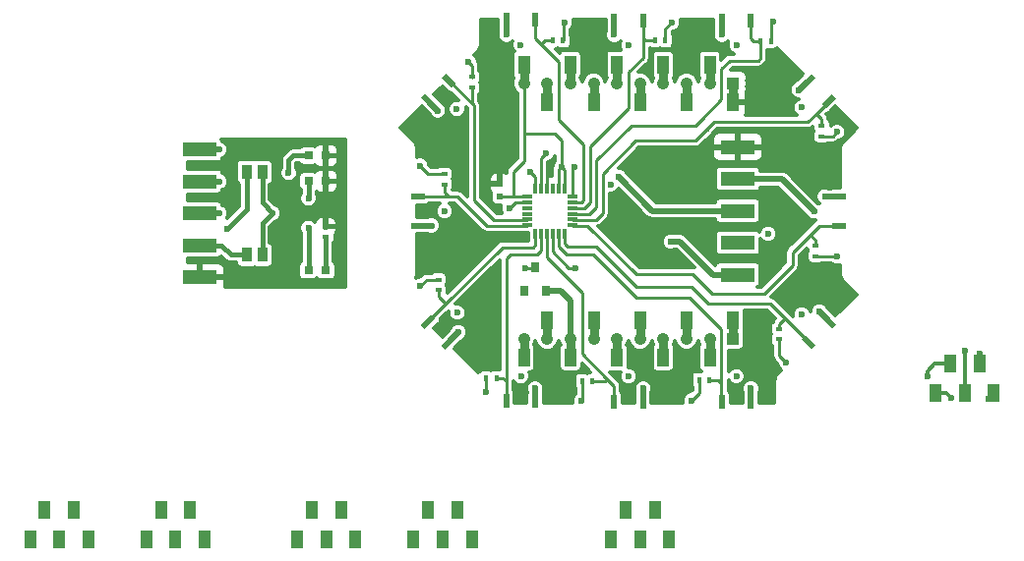
<source format=gbl>
G04 #@! TF.FileFunction,Copper,L4,Bot,Plane*
%FSLAX46Y46*%
G04 Gerber Fmt 4.6, Leading zero omitted, Abs format (unit mm)*
G04 Created by KiCad (PCBNEW 4.0.7-e2-6376~58~ubuntu16.04.1) date Fri Aug  3 14:44:38 2018*
%MOMM*%
%LPD*%
G01*
G04 APERTURE LIST*
%ADD10C,0.100000*%
%ADD11C,1.050000*%
%ADD12R,1.050000X1.050000*%
%ADD13R,1.000000X1.600000*%
%ADD14R,0.500000X1.250000*%
%ADD15R,0.850000X0.300000*%
%ADD16R,0.300000X0.850000*%
%ADD17R,1.250000X0.500000*%
%ADD18R,0.800000X0.900000*%
%ADD19R,0.500000X0.600000*%
%ADD20R,0.400000X0.600000*%
%ADD21R,0.600000X0.400000*%
%ADD22R,3.000000X1.250000*%
%ADD23R,0.800000X0.750000*%
%ADD24R,0.970000X1.270000*%
%ADD25R,1.000000X1.500000*%
%ADD26C,0.600000*%
%ADD27C,0.500000*%
%ADD28C,0.800000*%
%ADD29C,0.250000*%
%ADD30C,0.400000*%
%ADD31C,0.300000*%
%ADD32C,0.351000*%
G04 APERTURE END LIST*
D10*
D11*
X130000000Y-86000000D03*
X146000000Y-86000000D03*
D12*
X148000000Y-86000000D03*
D11*
X134000000Y-86000000D03*
X132000000Y-86000000D03*
X144000000Y-86000000D03*
X142000000Y-86000000D03*
X136000000Y-86000000D03*
X138000000Y-86000000D03*
X140000000Y-86000000D03*
D13*
X148000000Y-87600000D03*
X146000000Y-84400000D03*
X144000000Y-87600000D03*
X142000000Y-84400000D03*
X140000000Y-87600000D03*
X138000000Y-84400000D03*
X136000000Y-87600000D03*
X134000000Y-84400000D03*
X132000000Y-87600000D03*
X130000000Y-84400000D03*
D11*
X148000000Y-86000000D03*
X146000000Y-86000000D03*
X144000000Y-86000000D03*
X142000000Y-86000000D03*
X140000000Y-86000000D03*
X138000000Y-86000000D03*
X136000000Y-86000000D03*
X134000000Y-86000000D03*
X132000000Y-86000000D03*
X130000000Y-86000000D03*
D14*
X130980000Y-80540000D03*
X128480000Y-80540000D03*
X140260000Y-80570000D03*
X137760000Y-80570000D03*
X149530000Y-80550000D03*
X147030000Y-80550000D03*
X147040000Y-113450000D03*
X149540000Y-113450000D03*
X128470000Y-113390000D03*
X130970000Y-113390000D03*
D15*
X134160000Y-95730000D03*
X134160000Y-96230000D03*
X134160000Y-96730000D03*
X134160000Y-97230000D03*
X134160000Y-97730000D03*
X134160000Y-98230000D03*
D16*
X133460000Y-98930000D03*
X132960000Y-98930000D03*
X132460000Y-98930000D03*
X131960000Y-98930000D03*
X131460000Y-98930000D03*
X130960000Y-98930000D03*
D15*
X130260000Y-98230000D03*
X130260000Y-97730000D03*
X130260000Y-97230000D03*
X130260000Y-96730000D03*
X130260000Y-96230000D03*
X130260000Y-95730000D03*
D16*
X130960000Y-95030000D03*
X131460000Y-95030000D03*
X131960000Y-95030000D03*
X132460000Y-95030000D03*
X132960000Y-95030000D03*
X133460000Y-95030000D03*
D10*
G36*
X156872601Y-87248718D02*
X155988718Y-88132601D01*
X155635165Y-87779048D01*
X156519048Y-86895165D01*
X156872601Y-87248718D01*
X156872601Y-87248718D01*
G37*
G36*
X155104835Y-85480952D02*
X154220952Y-86364835D01*
X153867399Y-86011282D01*
X154751282Y-85127399D01*
X155104835Y-85480952D01*
X155104835Y-85480952D01*
G37*
D17*
X157120000Y-98250000D03*
X157120000Y-95750000D03*
X120860000Y-95760000D03*
X120860000Y-98260000D03*
D14*
X137750000Y-113450000D03*
X140250000Y-113450000D03*
D10*
G36*
X121127399Y-106811282D02*
X122011282Y-105927399D01*
X122364835Y-106280952D01*
X121480952Y-107164835D01*
X121127399Y-106811282D01*
X121127399Y-106811282D01*
G37*
G36*
X122895165Y-108579048D02*
X123779048Y-107695165D01*
X124132601Y-108048718D01*
X123248718Y-108932601D01*
X122895165Y-108579048D01*
X122895165Y-108579048D01*
G37*
G36*
X154771282Y-108902601D02*
X153887399Y-108018718D01*
X154240952Y-107665165D01*
X155124835Y-108549048D01*
X154771282Y-108902601D01*
X154771282Y-108902601D01*
G37*
G36*
X156539048Y-107134835D02*
X155655165Y-106250952D01*
X156008718Y-105897399D01*
X156892601Y-106781282D01*
X156539048Y-107134835D01*
X156539048Y-107134835D01*
G37*
G36*
X123268718Y-85117399D02*
X124152601Y-86001282D01*
X123799048Y-86354835D01*
X122915165Y-85470952D01*
X123268718Y-85117399D01*
X123268718Y-85117399D01*
G37*
G36*
X121500952Y-86885165D02*
X122384835Y-87769048D01*
X122031282Y-88122601D01*
X121147399Y-87238718D01*
X121500952Y-86885165D01*
X121500952Y-86885165D01*
G37*
D18*
X131890000Y-103860000D03*
X129990000Y-103860000D03*
X130940000Y-101860000D03*
D19*
X127880000Y-94620000D03*
X127880000Y-95720000D03*
D20*
X133370000Y-82290000D03*
X132470000Y-82290000D03*
X142175000Y-82275000D03*
X141275000Y-82275000D03*
X151275000Y-82325000D03*
X150375000Y-82325000D03*
D21*
X155625000Y-90550000D03*
X155625000Y-89650000D03*
X155125000Y-100875000D03*
X155125000Y-99975000D03*
X151975000Y-108050000D03*
X151975000Y-107150000D03*
D20*
X145075000Y-111575000D03*
X145975000Y-111575000D03*
X135000000Y-111675000D03*
X135900000Y-111675000D03*
X126725000Y-111425000D03*
X127625000Y-111425000D03*
D21*
X122625000Y-102900000D03*
X122625000Y-103800000D03*
X123150000Y-93800000D03*
X123150000Y-94700000D03*
X125550000Y-85450000D03*
X125550000Y-86350000D03*
D11*
X130000000Y-108000000D03*
X146000000Y-108000000D03*
D12*
X148000000Y-108000000D03*
D11*
X134000000Y-108000000D03*
X132000000Y-108000000D03*
X144000000Y-108000000D03*
X142000000Y-108000000D03*
X136000000Y-108000000D03*
X138000000Y-108000000D03*
X140000000Y-108000000D03*
D13*
X148000000Y-106400000D03*
X146000000Y-109600000D03*
X144000000Y-106400000D03*
X142000000Y-109600000D03*
X140000000Y-106400000D03*
X138000000Y-109600000D03*
X136000000Y-106400000D03*
X134000000Y-109600000D03*
X132000000Y-106400000D03*
X130000000Y-109600000D03*
D11*
X148000000Y-108000000D03*
X146000000Y-108000000D03*
X144000000Y-108000000D03*
X142000000Y-108000000D03*
X140000000Y-108000000D03*
X138000000Y-108000000D03*
X136000000Y-108000000D03*
X134000000Y-108000000D03*
X132000000Y-108000000D03*
X130000000Y-108000000D03*
D22*
X148400000Y-102475000D03*
X148400000Y-99725000D03*
X148400000Y-96975000D03*
X148400000Y-94225000D03*
X148400000Y-91475000D03*
D23*
X112950000Y-92225000D03*
X111450000Y-92225000D03*
X112950000Y-102100000D03*
X111450000Y-102100000D03*
X112950000Y-94425000D03*
X111450000Y-94425000D03*
D24*
X106185000Y-93625000D03*
X107465000Y-93625000D03*
X107465000Y-100775000D03*
X106185000Y-100775000D03*
D22*
X102100000Y-102700000D03*
X102100000Y-99950000D03*
X102100000Y-97200000D03*
X102100000Y-94450000D03*
X102100000Y-91700000D03*
D21*
X112950000Y-99225000D03*
X112950000Y-98325000D03*
D25*
X169200000Y-110175000D03*
X166700000Y-110175000D03*
X170450000Y-112675000D03*
X167950000Y-112675000D03*
X165450000Y-112675000D03*
X101250000Y-122750000D03*
X98750000Y-122750000D03*
X102500000Y-125250000D03*
X100000000Y-125250000D03*
X97500000Y-125250000D03*
X114250000Y-122750000D03*
X111750000Y-122750000D03*
X115500000Y-125250000D03*
X113000000Y-125250000D03*
X110500000Y-125250000D03*
X124250000Y-122750000D03*
X121750000Y-122750000D03*
X125500000Y-125250000D03*
X123000000Y-125250000D03*
X120500000Y-125250000D03*
X91250000Y-122750000D03*
X88750000Y-122750000D03*
X92500000Y-125250000D03*
X90000000Y-125250000D03*
X87500000Y-125250000D03*
X141250000Y-122750000D03*
X138750000Y-122750000D03*
X142500000Y-125250000D03*
X140000000Y-125250000D03*
X137500000Y-125250000D03*
D26*
X142625000Y-99625000D03*
X130150000Y-101880000D03*
X134400000Y-101890000D03*
X126725000Y-112575000D03*
X151420000Y-80640000D03*
X133500000Y-80750000D03*
X142720000Y-80750000D03*
X156970000Y-90180000D03*
X156970000Y-100910000D03*
X152580000Y-110030000D03*
X144450000Y-113310000D03*
X134970000Y-113310000D03*
X121050000Y-103480000D03*
X125240000Y-84160000D03*
X121050000Y-93080000D03*
X133225000Y-93200000D03*
X153825000Y-93675000D03*
X127890000Y-93330000D03*
X132220000Y-93240000D03*
X126810000Y-106760000D03*
X153830000Y-104230000D03*
X132230000Y-110020000D03*
X140260000Y-110030000D03*
X150770000Y-107350000D03*
X136510000Y-83840000D03*
X127220000Y-86850000D03*
X124360000Y-91870000D03*
X124370000Y-99490000D03*
X151370000Y-87080000D03*
X144000000Y-83840000D03*
X151020000Y-98940000D03*
X134330000Y-93240000D03*
X131890000Y-92010000D03*
X137470000Y-94700000D03*
X124270000Y-105760000D03*
X139010000Y-111220000D03*
X124220000Y-88190000D03*
X123170000Y-97000000D03*
X148290000Y-111210000D03*
X153890000Y-105900000D03*
X154970000Y-97000000D03*
X153920000Y-88070000D03*
X139010000Y-82680000D03*
X129730000Y-82680000D03*
X148290000Y-82680000D03*
X129740000Y-111220000D03*
X138150000Y-94060000D03*
X130570000Y-93630000D03*
X122600000Y-88340000D03*
X122030000Y-98250000D03*
X124370000Y-107440000D03*
X130980000Y-112290000D03*
X140260000Y-112290000D03*
X149540000Y-112290000D03*
X155410000Y-105650000D03*
X155900000Y-95750000D03*
X153660000Y-86570000D03*
X137760000Y-81810000D03*
X147030000Y-81810000D03*
X128480000Y-81810000D03*
X128750000Y-96775000D03*
X108700000Y-99050000D03*
X103800000Y-102700000D03*
X109750000Y-93700000D03*
X103800000Y-91700000D03*
X111450000Y-98450000D03*
X111450000Y-95900000D03*
X104475000Y-98575000D03*
X108350000Y-97175000D03*
X103800000Y-97200000D03*
X103800000Y-94450000D03*
X169950000Y-113200000D03*
X166750000Y-113075000D03*
X169200000Y-109275000D03*
X164700000Y-111275000D03*
X167950000Y-109050000D03*
D27*
X148400000Y-102475000D02*
X146275000Y-102475000D01*
X143425000Y-99625000D02*
X142625000Y-99625000D01*
X146275000Y-102475000D02*
X143425000Y-99625000D01*
D28*
X130000000Y-84400000D02*
X130000000Y-86000000D01*
D29*
X132460000Y-98940000D02*
X132460000Y-100470000D01*
X130150000Y-101880000D02*
X130960000Y-101880000D01*
X133880000Y-101890000D02*
X134400000Y-101890000D01*
X132460000Y-100470000D02*
X133880000Y-101890000D01*
X133375000Y-82300000D02*
X133375000Y-80875000D01*
X133375000Y-80875000D02*
X133500000Y-80750000D01*
X142175000Y-82275000D02*
X142175000Y-81295000D01*
X142175000Y-81295000D02*
X142720000Y-80750000D01*
X151275000Y-82325000D02*
X151275000Y-80785000D01*
X151275000Y-80785000D02*
X151420000Y-80640000D01*
X155625000Y-90550000D02*
X156600000Y-90550000D01*
X156600000Y-90550000D02*
X156970000Y-90180000D01*
X155125000Y-100875000D02*
X156935000Y-100875000D01*
X156935000Y-100875000D02*
X156970000Y-100910000D01*
X151975000Y-108050000D02*
X151975000Y-109425000D01*
X151975000Y-109425000D02*
X152580000Y-110030000D01*
X145075000Y-111575000D02*
X145075000Y-112685000D01*
X145075000Y-112685000D02*
X144450000Y-113310000D01*
X135000000Y-111675000D02*
X135000000Y-113280000D01*
X135000000Y-113280000D02*
X134970000Y-113310000D01*
X126740000Y-111410000D02*
X126740000Y-112560000D01*
X126740000Y-112560000D02*
X126725000Y-112575000D01*
X122620000Y-102910000D02*
X121620000Y-102910000D01*
X121620000Y-102910000D02*
X121050000Y-103480000D01*
X123150000Y-93800000D02*
X121770000Y-93800000D01*
X121770000Y-93800000D02*
X121050000Y-93080000D01*
X125550000Y-85500000D02*
X125550000Y-84470000D01*
X125550000Y-84470000D02*
X125240000Y-84160000D01*
X130260000Y-95740000D02*
X129075000Y-95740000D01*
X129075000Y-95740000D02*
X127920000Y-95740000D01*
X127920000Y-95740000D02*
X127890000Y-95710000D01*
X133460000Y-95040000D02*
X133460000Y-93435000D01*
X132960000Y-93415000D02*
X132960000Y-95040000D01*
X133225000Y-93200000D02*
X133225000Y-90925000D01*
X132630000Y-90330000D02*
X130000000Y-90330000D01*
X133225000Y-90925000D02*
X132630000Y-90330000D01*
X133225000Y-93200000D02*
X133325000Y-93300000D01*
X130000000Y-90330000D02*
X130000000Y-90500000D01*
X130000000Y-92650000D02*
X130000000Y-92675000D01*
X129075000Y-93600000D02*
X129075000Y-95740000D01*
X130000000Y-92675000D02*
X129075000Y-93600000D01*
X130000000Y-90500000D02*
X130000000Y-92650000D01*
X133460000Y-93435000D02*
X133325000Y-93300000D01*
X133325000Y-93300000D02*
X133075000Y-93300000D01*
X133075000Y-93300000D02*
X132960000Y-93415000D01*
X130000000Y-84825000D02*
X130000000Y-90330000D01*
D27*
X148400000Y-91475000D02*
X151625000Y-91475000D01*
X151625000Y-91475000D02*
X153825000Y-93675000D01*
X153825000Y-93675000D02*
X153850000Y-93675000D01*
D28*
X148000000Y-86000000D02*
X148000000Y-87600000D01*
D29*
X127890000Y-93330000D02*
X127890000Y-94610000D01*
X131960000Y-95040000D02*
X131960000Y-93500000D01*
X131960000Y-93500000D02*
X132220000Y-93240000D01*
X134160000Y-93410000D02*
X134330000Y-93240000D01*
X134160000Y-95740000D02*
X134160000Y-93410000D01*
D27*
X148400000Y-94225000D02*
X152195000Y-94225000D01*
X152195000Y-94225000D02*
X154970000Y-97000000D01*
D28*
X142000000Y-86000000D02*
X142000000Y-84400000D01*
D29*
X131460000Y-95040000D02*
X131460000Y-92440000D01*
X131460000Y-92440000D02*
X131890000Y-92010000D01*
D27*
X148400000Y-96975000D02*
X141065000Y-96975000D01*
X141065000Y-96975000D02*
X138150000Y-94060000D01*
D28*
X140000000Y-86000000D02*
X140000000Y-87600000D01*
D29*
X130960000Y-95040000D02*
X130960000Y-94020000D01*
X130960000Y-94020000D02*
X130570000Y-93630000D01*
D27*
X122600000Y-88340000D02*
X121836117Y-87576117D01*
X121836117Y-87576117D02*
X121836117Y-87573883D01*
X122030000Y-98250000D02*
X120950000Y-98250000D01*
X124370000Y-107440000D02*
X123616117Y-108193883D01*
X123616117Y-108193883D02*
X123603883Y-108193883D01*
X130980000Y-112290000D02*
X130980000Y-113360000D01*
X140260000Y-112290000D02*
X140260000Y-113360000D01*
X149540000Y-112290000D02*
X149540000Y-113360000D01*
X155410000Y-105650000D02*
X156183883Y-106423883D01*
X156183883Y-106423883D02*
X156183883Y-106426117D01*
X157060000Y-95750000D02*
X155900000Y-95750000D01*
X153660000Y-86570000D02*
X154416117Y-85813883D01*
X154416117Y-85813883D02*
X154416117Y-85806117D01*
X137760000Y-80640000D02*
X137760000Y-81810000D01*
X128480000Y-80640000D02*
X128480000Y-81810000D01*
X147040000Y-81800000D02*
X147040000Y-80640000D01*
X147030000Y-81810000D02*
X147040000Y-81800000D01*
D29*
X132475000Y-82300000D02*
X131830000Y-82300000D01*
X131830000Y-82300000D02*
X131480000Y-82650000D01*
X134150000Y-96240000D02*
X134910000Y-96240000D01*
X130980000Y-82150000D02*
X130980000Y-80640000D01*
X133010000Y-84180000D02*
X131480000Y-82650000D01*
X131480000Y-82650000D02*
X130980000Y-82150000D01*
X133010000Y-89150000D02*
X133010000Y-84180000D01*
X135100000Y-91240000D02*
X133010000Y-89150000D01*
X135100000Y-96050000D02*
X135100000Y-91240000D01*
X134910000Y-96240000D02*
X135100000Y-96050000D01*
X139010000Y-85010000D02*
X140250000Y-83770000D01*
X139010000Y-88110000D02*
X139010000Y-85010000D01*
X135670000Y-91450000D02*
X139010000Y-88110000D01*
X135670000Y-96290000D02*
X135670000Y-91450000D01*
X140250000Y-83770000D02*
X140250000Y-82100000D01*
X135220000Y-96740000D02*
X135670000Y-96290000D01*
X140425000Y-82275000D02*
X140250000Y-82100000D01*
X141275000Y-82275000D02*
X140425000Y-82275000D01*
X134150000Y-96740000D02*
X135220000Y-96740000D01*
X140250000Y-82100000D02*
X140250000Y-80640000D01*
X150375000Y-82325000D02*
X150375000Y-83800000D01*
X147000000Y-87400000D02*
X145275000Y-89125000D01*
X147000000Y-84775000D02*
X147000000Y-87400000D01*
X147750000Y-84025000D02*
X147000000Y-84775000D01*
X150150000Y-84025000D02*
X147750000Y-84025000D01*
X150375000Y-83800000D02*
X150150000Y-84025000D01*
X144400000Y-89630000D02*
X144770000Y-89630000D01*
X135640000Y-97240000D02*
X136240000Y-96640000D01*
X136240000Y-96640000D02*
X136240000Y-92640000D01*
X136240000Y-92640000D02*
X139250000Y-89630000D01*
X139250000Y-89630000D02*
X144400000Y-89630000D01*
X134150000Y-97240000D02*
X135640000Y-97240000D01*
X144770000Y-89630000D02*
X145275000Y-89125000D01*
X150375000Y-82325000D02*
X149725000Y-82325000D01*
X149725000Y-82325000D02*
X149540000Y-82140000D01*
X149540000Y-82140000D02*
X149540000Y-80640000D01*
X144750000Y-90940000D02*
X144760000Y-90940000D01*
X154432766Y-89325000D02*
X154450000Y-89307766D01*
X146375000Y-89325000D02*
X154432766Y-89325000D01*
X144760000Y-90940000D02*
X146375000Y-89325000D01*
X154450000Y-89307766D02*
X154450000Y-89300000D01*
X154450000Y-89300000D02*
X154450000Y-89307766D01*
X139650000Y-90940000D02*
X144750000Y-90940000D01*
X144750000Y-90940000D02*
X144785000Y-90940000D01*
X144785000Y-90940000D02*
X145850000Y-89875000D01*
X144785000Y-90940000D02*
X145850000Y-89875000D01*
X155625000Y-89650000D02*
X155625000Y-89055000D01*
X155625000Y-89055000D02*
X155163883Y-88593883D01*
X134160000Y-97740000D02*
X136210000Y-97740000D01*
X154450000Y-89307766D02*
X155163883Y-88593883D01*
X155163883Y-88593883D02*
X156183883Y-87573883D01*
X139630000Y-90940000D02*
X139650000Y-90940000D01*
X136780000Y-93790000D02*
X139630000Y-90940000D01*
X136780000Y-97170000D02*
X136780000Y-93790000D01*
X136210000Y-97740000D02*
X136780000Y-97170000D01*
X144000000Y-102450000D02*
X144525000Y-102450000D01*
X153100000Y-101700000D02*
X153100000Y-100600000D01*
X150675000Y-104125000D02*
X153100000Y-101700000D01*
X146200000Y-104125000D02*
X150675000Y-104125000D01*
X144525000Y-102450000D02*
X146200000Y-104125000D01*
X155125000Y-99975000D02*
X155125000Y-99565000D01*
X155125000Y-99565000D02*
X154630000Y-99070000D01*
X134160000Y-98240000D02*
X135460000Y-98240000D01*
X155450000Y-98250000D02*
X157080000Y-98250000D01*
X153100000Y-100600000D02*
X154630000Y-99070000D01*
X154630000Y-99070000D02*
X155450000Y-98250000D01*
X139670000Y-102450000D02*
X144000000Y-102450000D01*
X135460000Y-98240000D02*
X139670000Y-102450000D01*
X134170000Y-98250000D02*
X134160000Y-98240000D01*
X142750000Y-103550000D02*
X144425000Y-103550000D01*
X151175000Y-104950000D02*
X152467500Y-106242500D01*
X145825000Y-104950000D02*
X151175000Y-104950000D01*
X144425000Y-103550000D02*
X145825000Y-104950000D01*
X151975000Y-107150000D02*
X151975000Y-106735000D01*
X151975000Y-106735000D02*
X152467500Y-106242500D01*
X152467500Y-106242500D02*
X152471117Y-106238883D01*
X133460000Y-98940000D02*
X133460000Y-99785000D01*
X152471117Y-106238883D02*
X154466117Y-108233883D01*
X139710000Y-103550000D02*
X142750000Y-103550000D01*
X136210000Y-100050000D02*
X139710000Y-103550000D01*
X133725000Y-100050000D02*
X136210000Y-100050000D01*
X133460000Y-99785000D02*
X133725000Y-100050000D01*
X145975000Y-111575000D02*
X146685000Y-111575000D01*
X146685000Y-111575000D02*
X147000000Y-111890000D01*
X132960000Y-98940000D02*
X132960000Y-100060000D01*
X147000000Y-107200000D02*
X147000000Y-111890000D01*
X147000000Y-111890000D02*
X147000000Y-113325000D01*
X144275000Y-104475000D02*
X147000000Y-107200000D01*
X139650000Y-104475000D02*
X144275000Y-104475000D01*
X135950000Y-100775000D02*
X139650000Y-104475000D01*
X133675000Y-100775000D02*
X135950000Y-100775000D01*
X132960000Y-100060000D02*
X133675000Y-100775000D01*
X147000000Y-113325000D02*
X147025000Y-113350000D01*
X135900000Y-111675000D02*
X136965000Y-111675000D01*
X136965000Y-111675000D02*
X137170000Y-111470000D01*
X131960000Y-98940000D02*
X131960000Y-101010000D01*
X137750000Y-112050000D02*
X137750000Y-113350000D01*
X135000000Y-109300000D02*
X137170000Y-111470000D01*
X137170000Y-111470000D02*
X137750000Y-112050000D01*
X135000000Y-104050000D02*
X135000000Y-109300000D01*
X131960000Y-101010000D02*
X135000000Y-104050000D01*
X127640000Y-111410000D02*
X128190000Y-111410000D01*
X128190000Y-111410000D02*
X128480000Y-111700000D01*
X131460000Y-98940000D02*
X131460000Y-100440000D01*
X128480000Y-101105000D02*
X128480000Y-111700000D01*
X128480000Y-111700000D02*
X128480000Y-113360000D01*
X128810000Y-100775000D02*
X128480000Y-101105000D01*
X131125000Y-100775000D02*
X128810000Y-100775000D01*
X131460000Y-100440000D02*
X131125000Y-100775000D01*
X122620000Y-103810000D02*
X122620000Y-104340000D01*
X122620000Y-104340000D02*
X123268617Y-104988617D01*
X130960000Y-98940000D02*
X130960000Y-99915000D01*
X128132234Y-100125000D02*
X123268617Y-104988617D01*
X123268617Y-104988617D02*
X121841117Y-106416117D01*
X130750000Y-100125000D02*
X128132234Y-100125000D01*
X130960000Y-99915000D02*
X130750000Y-100125000D01*
X123150000Y-94700000D02*
X123150000Y-95430000D01*
X123150000Y-95430000D02*
X123470000Y-95750000D01*
X130260000Y-98240000D02*
X126790000Y-98240000D01*
X124300000Y-95750000D02*
X123470000Y-95750000D01*
X123470000Y-95750000D02*
X120925000Y-95750000D01*
X126790000Y-98240000D02*
X124300000Y-95750000D01*
X125550000Y-86400000D02*
X125550000Y-87757234D01*
X125550000Y-87757234D02*
X125700000Y-87907234D01*
X130260000Y-97740000D02*
X127390000Y-97740000D01*
X125700000Y-87907234D02*
X123608883Y-85816117D01*
X125700000Y-96050000D02*
X125700000Y-88925000D01*
X125700000Y-88925000D02*
X125700000Y-87907234D01*
X127390000Y-97740000D02*
X125700000Y-96050000D01*
D28*
X134000000Y-109600000D02*
X134000000Y-108000000D01*
D27*
X131910000Y-103880000D02*
X133190000Y-103880000D01*
X134000000Y-104690000D02*
X134000000Y-108000000D01*
X133190000Y-103880000D02*
X134000000Y-104690000D01*
X134000000Y-108000000D02*
X134000000Y-109175000D01*
D29*
X130260000Y-96240000D02*
X129285000Y-96240000D01*
X129285000Y-96240000D02*
X128750000Y-96775000D01*
D28*
X130000000Y-108000000D02*
X130000000Y-109600000D01*
X146000000Y-109600000D02*
X146000000Y-108000000D01*
X148000000Y-106400000D02*
X148000000Y-108000000D01*
X132000000Y-106400000D02*
X132000000Y-108000000D01*
X144000000Y-106400000D02*
X144000000Y-108000000D01*
X142000000Y-109600000D02*
X142000000Y-108000000D01*
X136000000Y-106400000D02*
X136000000Y-108000000D01*
X138000000Y-109600000D02*
X138000000Y-108000000D01*
X140000000Y-106400000D02*
X140000000Y-108000000D01*
X146000000Y-84400000D02*
X146000000Y-86000000D01*
X134000000Y-86000000D02*
X134000000Y-84400000D01*
X132000000Y-86000000D02*
X132000000Y-87600000D01*
X144000000Y-86000000D02*
X144000000Y-87600000D01*
X136000000Y-86000000D02*
X136000000Y-87600000D01*
X138000000Y-86000000D02*
X138000000Y-84400000D01*
D30*
X108700000Y-99050000D02*
X108700000Y-98725000D01*
X110150000Y-97275000D02*
X112950000Y-97275000D01*
X108700000Y-98725000D02*
X110150000Y-97275000D01*
X112950000Y-94425000D02*
X112950000Y-97275000D01*
X112950000Y-97275000D02*
X112950000Y-98325000D01*
X112950000Y-92225000D02*
X112950000Y-94425000D01*
D31*
X112950000Y-94425000D02*
X112950000Y-97175000D01*
X112950000Y-97175000D02*
X112950000Y-98325000D01*
X103800000Y-102700000D02*
X102100000Y-102700000D01*
D30*
X109750000Y-93700000D02*
X109750000Y-92625000D01*
X110150000Y-92225000D02*
X111450000Y-92225000D01*
X109750000Y-92625000D02*
X110150000Y-92225000D01*
D31*
X111450000Y-92225000D02*
X111225000Y-92225000D01*
X103800000Y-91700000D02*
X102100000Y-91700000D01*
D30*
X112950000Y-99225000D02*
X112950000Y-102100000D01*
X111450000Y-102100000D02*
X111450000Y-98450000D01*
X111450000Y-94425000D02*
X111450000Y-95900000D01*
X106185000Y-93625000D02*
X106185000Y-96865000D01*
X106185000Y-96865000D02*
X104475000Y-98575000D01*
D31*
X104475000Y-98575000D02*
X106185000Y-96865000D01*
D30*
X107465000Y-93625000D02*
X107465000Y-96290000D01*
X107465000Y-96290000D02*
X108350000Y-97175000D01*
X107465000Y-100775000D02*
X107465000Y-98060000D01*
X107465000Y-98060000D02*
X108350000Y-97175000D01*
D31*
X107465000Y-96290000D02*
X108350000Y-97175000D01*
X107465000Y-98060000D02*
X108350000Y-97175000D01*
D30*
X102100000Y-99950000D02*
X103975000Y-99950000D01*
X104800000Y-100775000D02*
X106185000Y-100775000D01*
X103975000Y-99950000D02*
X104800000Y-100775000D01*
D31*
X103800000Y-97200000D02*
X102100000Y-97200000D01*
X102100000Y-94450000D02*
X103800000Y-94450000D01*
X169950000Y-113200000D02*
X170450000Y-112700000D01*
X170450000Y-112700000D02*
X170450000Y-112675000D01*
X165450000Y-112675000D02*
X166350000Y-112675000D01*
X166350000Y-112675000D02*
X166750000Y-113075000D01*
X169200000Y-109275000D02*
X169200000Y-110175000D01*
X166700000Y-110175000D02*
X165325000Y-110175000D01*
X164700000Y-110800000D02*
X164700000Y-111275000D01*
X165325000Y-110175000D02*
X164700000Y-110800000D01*
X167950000Y-112675000D02*
X167950000Y-109050000D01*
D32*
G36*
X151618264Y-106242500D02*
X151550382Y-106310382D01*
X151420210Y-106505198D01*
X151410240Y-106555322D01*
X151336953Y-106602481D01*
X151228382Y-106761380D01*
X151190185Y-106950000D01*
X151190185Y-107350000D01*
X151223341Y-107526210D01*
X151270580Y-107599621D01*
X151228382Y-107661380D01*
X151190185Y-107850000D01*
X151190185Y-108250000D01*
X151223341Y-108426210D01*
X151327481Y-108588047D01*
X151374500Y-108620174D01*
X151374500Y-109424995D01*
X151374499Y-109425000D01*
X151420210Y-109654802D01*
X151550382Y-109849618D01*
X151804436Y-110103671D01*
X151804366Y-110183580D01*
X151922180Y-110468712D01*
X152140141Y-110687054D01*
X152150232Y-110691244D01*
X151730738Y-111110738D01*
X151611404Y-111289332D01*
X151579545Y-111449500D01*
X151569500Y-111500000D01*
X151569500Y-113499500D01*
X150274815Y-113499500D01*
X150274815Y-112825000D01*
X150265500Y-112775495D01*
X150265500Y-112565022D01*
X150315365Y-112444933D01*
X150315634Y-112136420D01*
X150197820Y-111851288D01*
X149979859Y-111632946D01*
X149694933Y-111514635D01*
X149386420Y-111514366D01*
X149101288Y-111632180D01*
X148882946Y-111850141D01*
X148764635Y-112135067D01*
X148764366Y-112443580D01*
X148814500Y-112564914D01*
X148814500Y-112779002D01*
X148805185Y-112825000D01*
X148805185Y-113499500D01*
X147774815Y-113499500D01*
X147774815Y-112825000D01*
X147741659Y-112648790D01*
X147637519Y-112486953D01*
X147600500Y-112461659D01*
X147600500Y-111572040D01*
X147632180Y-111648712D01*
X147850141Y-111867054D01*
X148135067Y-111985365D01*
X148443580Y-111985634D01*
X148728712Y-111867820D01*
X148947054Y-111649859D01*
X149065365Y-111364933D01*
X149065634Y-111056420D01*
X148947820Y-110771288D01*
X148729859Y-110552946D01*
X148444933Y-110434635D01*
X148136420Y-110434366D01*
X147851288Y-110552180D01*
X147632946Y-110770141D01*
X147600500Y-110848280D01*
X147600500Y-109009815D01*
X148525000Y-109009815D01*
X148701210Y-108976659D01*
X148863047Y-108872519D01*
X148971618Y-108713620D01*
X149009815Y-108525000D01*
X149009815Y-107475000D01*
X148976659Y-107298790D01*
X148967646Y-107284783D01*
X148984815Y-107200000D01*
X148984815Y-105600000D01*
X148975501Y-105550500D01*
X150926264Y-105550500D01*
X151618264Y-106242500D01*
X151618264Y-106242500D01*
G37*
X151618264Y-106242500D02*
X151550382Y-106310382D01*
X151420210Y-106505198D01*
X151410240Y-106555322D01*
X151336953Y-106602481D01*
X151228382Y-106761380D01*
X151190185Y-106950000D01*
X151190185Y-107350000D01*
X151223341Y-107526210D01*
X151270580Y-107599621D01*
X151228382Y-107661380D01*
X151190185Y-107850000D01*
X151190185Y-108250000D01*
X151223341Y-108426210D01*
X151327481Y-108588047D01*
X151374500Y-108620174D01*
X151374500Y-109424995D01*
X151374499Y-109425000D01*
X151420210Y-109654802D01*
X151550382Y-109849618D01*
X151804436Y-110103671D01*
X151804366Y-110183580D01*
X151922180Y-110468712D01*
X152140141Y-110687054D01*
X152150232Y-110691244D01*
X151730738Y-111110738D01*
X151611404Y-111289332D01*
X151579545Y-111449500D01*
X151569500Y-111500000D01*
X151569500Y-113499500D01*
X150274815Y-113499500D01*
X150274815Y-112825000D01*
X150265500Y-112775495D01*
X150265500Y-112565022D01*
X150315365Y-112444933D01*
X150315634Y-112136420D01*
X150197820Y-111851288D01*
X149979859Y-111632946D01*
X149694933Y-111514635D01*
X149386420Y-111514366D01*
X149101288Y-111632180D01*
X148882946Y-111850141D01*
X148764635Y-112135067D01*
X148764366Y-112443580D01*
X148814500Y-112564914D01*
X148814500Y-112779002D01*
X148805185Y-112825000D01*
X148805185Y-113499500D01*
X147774815Y-113499500D01*
X147774815Y-112825000D01*
X147741659Y-112648790D01*
X147637519Y-112486953D01*
X147600500Y-112461659D01*
X147600500Y-111572040D01*
X147632180Y-111648712D01*
X147850141Y-111867054D01*
X148135067Y-111985365D01*
X148443580Y-111985634D01*
X148728712Y-111867820D01*
X148947054Y-111649859D01*
X149065365Y-111364933D01*
X149065634Y-111056420D01*
X148947820Y-110771288D01*
X148729859Y-110552946D01*
X148444933Y-110434635D01*
X148136420Y-110434366D01*
X147851288Y-110552180D01*
X147632946Y-110770141D01*
X147600500Y-110848280D01*
X147600500Y-109009815D01*
X148525000Y-109009815D01*
X148701210Y-108976659D01*
X148863047Y-108872519D01*
X148971618Y-108713620D01*
X149009815Y-108525000D01*
X149009815Y-107475000D01*
X148976659Y-107298790D01*
X148967646Y-107284783D01*
X148984815Y-107200000D01*
X148984815Y-105600000D01*
X148975501Y-105550500D01*
X150926264Y-105550500D01*
X151618264Y-106242500D01*
G36*
X133124500Y-108501080D02*
X133124500Y-108507295D01*
X133053382Y-108611380D01*
X133015185Y-108800000D01*
X133015185Y-110400000D01*
X133048341Y-110576210D01*
X133152481Y-110738047D01*
X133311380Y-110846618D01*
X133500000Y-110884815D01*
X134500000Y-110884815D01*
X134676210Y-110851659D01*
X134838047Y-110747519D01*
X134946618Y-110588620D01*
X134984815Y-110400000D01*
X134984815Y-110134051D01*
X135740950Y-110890185D01*
X135700000Y-110890185D01*
X135523790Y-110923341D01*
X135450379Y-110970580D01*
X135388620Y-110928382D01*
X135200000Y-110890185D01*
X134800000Y-110890185D01*
X134623790Y-110923341D01*
X134461953Y-111027481D01*
X134353382Y-111186380D01*
X134315185Y-111375000D01*
X134315185Y-111975000D01*
X134348341Y-112151210D01*
X134399500Y-112230713D01*
X134399500Y-112783738D01*
X134312946Y-112870141D01*
X134194635Y-113155067D01*
X134194366Y-113463580D01*
X134209208Y-113499500D01*
X131704815Y-113499500D01*
X131704815Y-113363444D01*
X131705500Y-113360000D01*
X131705500Y-112565022D01*
X131755365Y-112444933D01*
X131755634Y-112136420D01*
X131637820Y-111851288D01*
X131419859Y-111632946D01*
X131134933Y-111514635D01*
X130826420Y-111514366D01*
X130541288Y-111632180D01*
X130322946Y-111850141D01*
X130204635Y-112135067D01*
X130204366Y-112443580D01*
X130254500Y-112564914D01*
X130254500Y-112669621D01*
X130235185Y-112765000D01*
X130235185Y-113499500D01*
X129204815Y-113499500D01*
X129204815Y-112765000D01*
X129171659Y-112588790D01*
X129080500Y-112447126D01*
X129080500Y-111700005D01*
X129080501Y-111700000D01*
X129080500Y-111699995D01*
X129080500Y-111654646D01*
X129082180Y-111658712D01*
X129300141Y-111877054D01*
X129585067Y-111995365D01*
X129893580Y-111995634D01*
X130178712Y-111877820D01*
X130397054Y-111659859D01*
X130515365Y-111374933D01*
X130515634Y-111066420D01*
X130440596Y-110884815D01*
X130500000Y-110884815D01*
X130676210Y-110851659D01*
X130838047Y-110747519D01*
X130946618Y-110588620D01*
X130984815Y-110400000D01*
X130984815Y-108800000D01*
X130951659Y-108623790D01*
X130875500Y-108505436D01*
X130875500Y-108500499D01*
X131000187Y-108200220D01*
X131151323Y-108565997D01*
X131432522Y-108847688D01*
X131800115Y-109000326D01*
X132198139Y-109000673D01*
X132565997Y-108848677D01*
X132847688Y-108567478D01*
X133000187Y-108200220D01*
X133124500Y-108501080D01*
X133124500Y-108501080D01*
G37*
X133124500Y-108501080D02*
X133124500Y-108507295D01*
X133053382Y-108611380D01*
X133015185Y-108800000D01*
X133015185Y-110400000D01*
X133048341Y-110576210D01*
X133152481Y-110738047D01*
X133311380Y-110846618D01*
X133500000Y-110884815D01*
X134500000Y-110884815D01*
X134676210Y-110851659D01*
X134838047Y-110747519D01*
X134946618Y-110588620D01*
X134984815Y-110400000D01*
X134984815Y-110134051D01*
X135740950Y-110890185D01*
X135700000Y-110890185D01*
X135523790Y-110923341D01*
X135450379Y-110970580D01*
X135388620Y-110928382D01*
X135200000Y-110890185D01*
X134800000Y-110890185D01*
X134623790Y-110923341D01*
X134461953Y-111027481D01*
X134353382Y-111186380D01*
X134315185Y-111375000D01*
X134315185Y-111975000D01*
X134348341Y-112151210D01*
X134399500Y-112230713D01*
X134399500Y-112783738D01*
X134312946Y-112870141D01*
X134194635Y-113155067D01*
X134194366Y-113463580D01*
X134209208Y-113499500D01*
X131704815Y-113499500D01*
X131704815Y-113363444D01*
X131705500Y-113360000D01*
X131705500Y-112565022D01*
X131755365Y-112444933D01*
X131755634Y-112136420D01*
X131637820Y-111851288D01*
X131419859Y-111632946D01*
X131134933Y-111514635D01*
X130826420Y-111514366D01*
X130541288Y-111632180D01*
X130322946Y-111850141D01*
X130204635Y-112135067D01*
X130204366Y-112443580D01*
X130254500Y-112564914D01*
X130254500Y-112669621D01*
X130235185Y-112765000D01*
X130235185Y-113499500D01*
X129204815Y-113499500D01*
X129204815Y-112765000D01*
X129171659Y-112588790D01*
X129080500Y-112447126D01*
X129080500Y-111700005D01*
X129080501Y-111700000D01*
X129080500Y-111699995D01*
X129080500Y-111654646D01*
X129082180Y-111658712D01*
X129300141Y-111877054D01*
X129585067Y-111995365D01*
X129893580Y-111995634D01*
X130178712Y-111877820D01*
X130397054Y-111659859D01*
X130515365Y-111374933D01*
X130515634Y-111066420D01*
X130440596Y-110884815D01*
X130500000Y-110884815D01*
X130676210Y-110851659D01*
X130838047Y-110747519D01*
X130946618Y-110588620D01*
X130984815Y-110400000D01*
X130984815Y-108800000D01*
X130951659Y-108623790D01*
X130875500Y-108505436D01*
X130875500Y-108500499D01*
X131000187Y-108200220D01*
X131151323Y-108565997D01*
X131432522Y-108847688D01*
X131800115Y-109000326D01*
X132198139Y-109000673D01*
X132565997Y-108848677D01*
X132847688Y-108567478D01*
X133000187Y-108200220D01*
X133124500Y-108501080D01*
G36*
X145124500Y-108501080D02*
X145124500Y-108507295D01*
X145053382Y-108611380D01*
X145015185Y-108800000D01*
X145015185Y-110400000D01*
X145048341Y-110576210D01*
X145152481Y-110738047D01*
X145228788Y-110790185D01*
X144875000Y-110790185D01*
X144698790Y-110823341D01*
X144536953Y-110927481D01*
X144428382Y-111086380D01*
X144390185Y-111275000D01*
X144390185Y-111875000D01*
X144423341Y-112051210D01*
X144474500Y-112130713D01*
X144474500Y-112436265D01*
X144376329Y-112534436D01*
X144296420Y-112534366D01*
X144011288Y-112652180D01*
X143792946Y-112870141D01*
X143674635Y-113155067D01*
X143674366Y-113463580D01*
X143689208Y-113499500D01*
X140984815Y-113499500D01*
X140984815Y-113363444D01*
X140985500Y-113360000D01*
X140985500Y-112565022D01*
X141035365Y-112444933D01*
X141035634Y-112136420D01*
X140917820Y-111851288D01*
X140699859Y-111632946D01*
X140414933Y-111514635D01*
X140106420Y-111514366D01*
X139821288Y-111632180D01*
X139602946Y-111850141D01*
X139484635Y-112135067D01*
X139484366Y-112443580D01*
X139534500Y-112564914D01*
X139534500Y-112729621D01*
X139515185Y-112825000D01*
X139515185Y-113499500D01*
X138484815Y-113499500D01*
X138484815Y-112825000D01*
X138451659Y-112648790D01*
X138350500Y-112491586D01*
X138350500Y-112050005D01*
X138350501Y-112050000D01*
X138304790Y-111820198D01*
X138174618Y-111625382D01*
X137594618Y-111045382D01*
X137594615Y-111045380D01*
X137417303Y-110868068D01*
X137500000Y-110884815D01*
X138309482Y-110884815D01*
X138234635Y-111065067D01*
X138234366Y-111373580D01*
X138352180Y-111658712D01*
X138570141Y-111877054D01*
X138855067Y-111995365D01*
X139163580Y-111995634D01*
X139448712Y-111877820D01*
X139667054Y-111659859D01*
X139785365Y-111374933D01*
X139785634Y-111066420D01*
X139667820Y-110781288D01*
X139449859Y-110562946D01*
X139164933Y-110444635D01*
X138975809Y-110444470D01*
X138984815Y-110400000D01*
X138984815Y-108800000D01*
X138951659Y-108623790D01*
X138875500Y-108505436D01*
X138875500Y-108500499D01*
X139000187Y-108200220D01*
X139151323Y-108565997D01*
X139432522Y-108847688D01*
X139800115Y-109000326D01*
X140198139Y-109000673D01*
X140565997Y-108848677D01*
X140847688Y-108567478D01*
X141000187Y-108200220D01*
X141124500Y-108501080D01*
X141124500Y-108507295D01*
X141053382Y-108611380D01*
X141015185Y-108800000D01*
X141015185Y-110400000D01*
X141048341Y-110576210D01*
X141152481Y-110738047D01*
X141311380Y-110846618D01*
X141500000Y-110884815D01*
X142500000Y-110884815D01*
X142676210Y-110851659D01*
X142838047Y-110747519D01*
X142946618Y-110588620D01*
X142984815Y-110400000D01*
X142984815Y-108800000D01*
X142951659Y-108623790D01*
X142875500Y-108505436D01*
X142875500Y-108500499D01*
X143000187Y-108200220D01*
X143151323Y-108565997D01*
X143432522Y-108847688D01*
X143800115Y-109000326D01*
X144198139Y-109000673D01*
X144565997Y-108848677D01*
X144847688Y-108567478D01*
X145000187Y-108200220D01*
X145124500Y-108501080D01*
X145124500Y-108501080D01*
G37*
X145124500Y-108501080D02*
X145124500Y-108507295D01*
X145053382Y-108611380D01*
X145015185Y-108800000D01*
X145015185Y-110400000D01*
X145048341Y-110576210D01*
X145152481Y-110738047D01*
X145228788Y-110790185D01*
X144875000Y-110790185D01*
X144698790Y-110823341D01*
X144536953Y-110927481D01*
X144428382Y-111086380D01*
X144390185Y-111275000D01*
X144390185Y-111875000D01*
X144423341Y-112051210D01*
X144474500Y-112130713D01*
X144474500Y-112436265D01*
X144376329Y-112534436D01*
X144296420Y-112534366D01*
X144011288Y-112652180D01*
X143792946Y-112870141D01*
X143674635Y-113155067D01*
X143674366Y-113463580D01*
X143689208Y-113499500D01*
X140984815Y-113499500D01*
X140984815Y-113363444D01*
X140985500Y-113360000D01*
X140985500Y-112565022D01*
X141035365Y-112444933D01*
X141035634Y-112136420D01*
X140917820Y-111851288D01*
X140699859Y-111632946D01*
X140414933Y-111514635D01*
X140106420Y-111514366D01*
X139821288Y-111632180D01*
X139602946Y-111850141D01*
X139484635Y-112135067D01*
X139484366Y-112443580D01*
X139534500Y-112564914D01*
X139534500Y-112729621D01*
X139515185Y-112825000D01*
X139515185Y-113499500D01*
X138484815Y-113499500D01*
X138484815Y-112825000D01*
X138451659Y-112648790D01*
X138350500Y-112491586D01*
X138350500Y-112050005D01*
X138350501Y-112050000D01*
X138304790Y-111820198D01*
X138174618Y-111625382D01*
X137594618Y-111045382D01*
X137594615Y-111045380D01*
X137417303Y-110868068D01*
X137500000Y-110884815D01*
X138309482Y-110884815D01*
X138234635Y-111065067D01*
X138234366Y-111373580D01*
X138352180Y-111658712D01*
X138570141Y-111877054D01*
X138855067Y-111995365D01*
X139163580Y-111995634D01*
X139448712Y-111877820D01*
X139667054Y-111659859D01*
X139785365Y-111374933D01*
X139785634Y-111066420D01*
X139667820Y-110781288D01*
X139449859Y-110562946D01*
X139164933Y-110444635D01*
X138975809Y-110444470D01*
X138984815Y-110400000D01*
X138984815Y-108800000D01*
X138951659Y-108623790D01*
X138875500Y-108505436D01*
X138875500Y-108500499D01*
X139000187Y-108200220D01*
X139151323Y-108565997D01*
X139432522Y-108847688D01*
X139800115Y-109000326D01*
X140198139Y-109000673D01*
X140565997Y-108848677D01*
X140847688Y-108567478D01*
X141000187Y-108200220D01*
X141124500Y-108501080D01*
X141124500Y-108507295D01*
X141053382Y-108611380D01*
X141015185Y-108800000D01*
X141015185Y-110400000D01*
X141048341Y-110576210D01*
X141152481Y-110738047D01*
X141311380Y-110846618D01*
X141500000Y-110884815D01*
X142500000Y-110884815D01*
X142676210Y-110851659D01*
X142838047Y-110747519D01*
X142946618Y-110588620D01*
X142984815Y-110400000D01*
X142984815Y-108800000D01*
X142951659Y-108623790D01*
X142875500Y-108505436D01*
X142875500Y-108500499D01*
X143000187Y-108200220D01*
X143151323Y-108565997D01*
X143432522Y-108847688D01*
X143800115Y-109000326D01*
X144198139Y-109000673D01*
X144565997Y-108848677D01*
X144847688Y-108567478D01*
X145000187Y-108200220D01*
X145124500Y-108501080D01*
G36*
X127879500Y-110651222D02*
X127825000Y-110640185D01*
X127425000Y-110640185D01*
X127248790Y-110673341D01*
X127175379Y-110720580D01*
X127113620Y-110678382D01*
X126925000Y-110640185D01*
X126525000Y-110640185D01*
X126348790Y-110673341D01*
X126186953Y-110777481D01*
X126085089Y-110926564D01*
X124012738Y-108854213D01*
X124475417Y-108391534D01*
X124542161Y-108293851D01*
X124688537Y-108147475D01*
X124808712Y-108097820D01*
X125027054Y-107879859D01*
X125145365Y-107594933D01*
X125145634Y-107286420D01*
X125027820Y-107001288D01*
X124809859Y-106782946D01*
X124524933Y-106664635D01*
X124216420Y-106664366D01*
X123931288Y-106782180D01*
X123712946Y-107000141D01*
X123662600Y-107121388D01*
X123127746Y-107656242D01*
X123090877Y-107680877D01*
X123056993Y-107731588D01*
X122973553Y-107815028D01*
X122244972Y-107086447D01*
X122707651Y-106623768D01*
X122808805Y-106475724D01*
X122849604Y-106287650D01*
X122844729Y-106261741D01*
X123494629Y-105611841D01*
X123494366Y-105913580D01*
X123612180Y-106198712D01*
X123830141Y-106417054D01*
X124115067Y-106535365D01*
X124423580Y-106535634D01*
X124708712Y-106417820D01*
X124927054Y-106199859D01*
X125045365Y-105914933D01*
X125045634Y-105606420D01*
X124927820Y-105321288D01*
X124709859Y-105102946D01*
X124424933Y-104984635D01*
X124122099Y-104984371D01*
X127879500Y-101226970D01*
X127879500Y-110651222D01*
X127879500Y-110651222D01*
G37*
X127879500Y-110651222D02*
X127825000Y-110640185D01*
X127425000Y-110640185D01*
X127248790Y-110673341D01*
X127175379Y-110720580D01*
X127113620Y-110678382D01*
X126925000Y-110640185D01*
X126525000Y-110640185D01*
X126348790Y-110673341D01*
X126186953Y-110777481D01*
X126085089Y-110926564D01*
X124012738Y-108854213D01*
X124475417Y-108391534D01*
X124542161Y-108293851D01*
X124688537Y-108147475D01*
X124808712Y-108097820D01*
X125027054Y-107879859D01*
X125145365Y-107594933D01*
X125145634Y-107286420D01*
X125027820Y-107001288D01*
X124809859Y-106782946D01*
X124524933Y-106664635D01*
X124216420Y-106664366D01*
X123931288Y-106782180D01*
X123712946Y-107000141D01*
X123662600Y-107121388D01*
X123127746Y-107656242D01*
X123090877Y-107680877D01*
X123056993Y-107731588D01*
X122973553Y-107815028D01*
X122244972Y-107086447D01*
X122707651Y-106623768D01*
X122808805Y-106475724D01*
X122849604Y-106287650D01*
X122844729Y-106261741D01*
X123494629Y-105611841D01*
X123494366Y-105913580D01*
X123612180Y-106198712D01*
X123830141Y-106417054D01*
X124115067Y-106535365D01*
X124423580Y-106535634D01*
X124708712Y-106417820D01*
X124927054Y-106199859D01*
X125045365Y-105914933D01*
X125045634Y-105606420D01*
X124927820Y-105321288D01*
X124709859Y-105102946D01*
X124424933Y-104984635D01*
X124122099Y-104984371D01*
X127879500Y-101226970D01*
X127879500Y-110651222D01*
G36*
X154373341Y-100351210D02*
X154420580Y-100424621D01*
X154378382Y-100486380D01*
X154340185Y-100675000D01*
X154340185Y-101075000D01*
X154373341Y-101251210D01*
X154477481Y-101413047D01*
X154636380Y-101521618D01*
X154825000Y-101559815D01*
X155425000Y-101559815D01*
X155601210Y-101526659D01*
X155680713Y-101475500D01*
X156438747Y-101475500D01*
X156530141Y-101567054D01*
X156815067Y-101685365D01*
X157123580Y-101685634D01*
X157219500Y-101646001D01*
X157219500Y-102510000D01*
X157261404Y-102720668D01*
X157380738Y-102899262D01*
X158661476Y-104180000D01*
X156819214Y-106022263D01*
X156351534Y-105554583D01*
X156316997Y-105530985D01*
X156117475Y-105331463D01*
X156067820Y-105211288D01*
X155849859Y-104992946D01*
X155564933Y-104874635D01*
X155256420Y-104874366D01*
X154971288Y-104992180D01*
X154752946Y-105210141D01*
X154634635Y-105495067D01*
X154634482Y-105671025D01*
X154547820Y-105461288D01*
X154329859Y-105242946D01*
X154044933Y-105124635D01*
X153736420Y-105124366D01*
X153451288Y-105242180D01*
X153232946Y-105460141D01*
X153114635Y-105745067D01*
X153114384Y-106032914D01*
X152895735Y-105814265D01*
X152873934Y-105799698D01*
X151599618Y-104525382D01*
X151404802Y-104395210D01*
X151279042Y-104370194D01*
X153524618Y-102124618D01*
X153654790Y-101929802D01*
X153700501Y-101700000D01*
X153700500Y-101699995D01*
X153700500Y-100848736D01*
X154345577Y-100203658D01*
X154373341Y-100351210D01*
X154373341Y-100351210D01*
G37*
X154373341Y-100351210D02*
X154420580Y-100424621D01*
X154378382Y-100486380D01*
X154340185Y-100675000D01*
X154340185Y-101075000D01*
X154373341Y-101251210D01*
X154477481Y-101413047D01*
X154636380Y-101521618D01*
X154825000Y-101559815D01*
X155425000Y-101559815D01*
X155601210Y-101526659D01*
X155680713Y-101475500D01*
X156438747Y-101475500D01*
X156530141Y-101567054D01*
X156815067Y-101685365D01*
X157123580Y-101685634D01*
X157219500Y-101646001D01*
X157219500Y-102510000D01*
X157261404Y-102720668D01*
X157380738Y-102899262D01*
X158661476Y-104180000D01*
X156819214Y-106022263D01*
X156351534Y-105554583D01*
X156316997Y-105530985D01*
X156117475Y-105331463D01*
X156067820Y-105211288D01*
X155849859Y-104992946D01*
X155564933Y-104874635D01*
X155256420Y-104874366D01*
X154971288Y-104992180D01*
X154752946Y-105210141D01*
X154634635Y-105495067D01*
X154634482Y-105671025D01*
X154547820Y-105461288D01*
X154329859Y-105242946D01*
X154044933Y-105124635D01*
X153736420Y-105124366D01*
X153451288Y-105242180D01*
X153232946Y-105460141D01*
X153114635Y-105745067D01*
X153114384Y-106032914D01*
X152895735Y-105814265D01*
X152873934Y-105799698D01*
X151599618Y-104525382D01*
X151404802Y-104395210D01*
X151279042Y-104370194D01*
X153524618Y-102124618D01*
X153654790Y-101929802D01*
X153700501Y-101700000D01*
X153700500Y-101699995D01*
X153700500Y-100848736D01*
X154345577Y-100203658D01*
X154373341Y-100351210D01*
G36*
X122512946Y-96560141D02*
X122394635Y-96845067D01*
X122394366Y-97153580D01*
X122512180Y-97438712D01*
X122730141Y-97657054D01*
X123015067Y-97775365D01*
X123323580Y-97775634D01*
X123608712Y-97657820D01*
X123827054Y-97439859D01*
X123945365Y-97154933D01*
X123945634Y-96846420D01*
X123827820Y-96561288D01*
X123617400Y-96350500D01*
X124051264Y-96350500D01*
X126365380Y-98664615D01*
X126365382Y-98664618D01*
X126459520Y-98727519D01*
X126560198Y-98794790D01*
X126790000Y-98840501D01*
X126790005Y-98840500D01*
X129714930Y-98840500D01*
X129835000Y-98864815D01*
X130325185Y-98864815D01*
X130325185Y-99355000D01*
X130357078Y-99524500D01*
X128132234Y-99524500D01*
X127902432Y-99570210D01*
X127707616Y-99700382D01*
X123409815Y-103998183D01*
X123409815Y-103600000D01*
X123376659Y-103423790D01*
X123329420Y-103350379D01*
X123371618Y-103288620D01*
X123409815Y-103100000D01*
X123409815Y-102700000D01*
X123376659Y-102523790D01*
X123272519Y-102361953D01*
X123113620Y-102253382D01*
X122925000Y-102215185D01*
X122325000Y-102215185D01*
X122148790Y-102248341D01*
X122053747Y-102309500D01*
X121620005Y-102309500D01*
X121620000Y-102309499D01*
X121390198Y-102355210D01*
X121292791Y-102420296D01*
X121195382Y-102485382D01*
X121195380Y-102485385D01*
X120976329Y-102704436D01*
X120896420Y-102704366D01*
X120679575Y-102793965D01*
X120748596Y-102690668D01*
X120790500Y-102480000D01*
X120790500Y-98994815D01*
X121485000Y-98994815D01*
X121587651Y-98975500D01*
X121754978Y-98975500D01*
X121875067Y-99025365D01*
X122183580Y-99025634D01*
X122468712Y-98907820D01*
X122687054Y-98689859D01*
X122805365Y-98404933D01*
X122805634Y-98096420D01*
X122687820Y-97811288D01*
X122469859Y-97592946D01*
X122184933Y-97474635D01*
X121876420Y-97474366D01*
X121755086Y-97524500D01*
X120950000Y-97524500D01*
X120946556Y-97525185D01*
X120790500Y-97525185D01*
X120790500Y-96494815D01*
X121485000Y-96494815D01*
X121661210Y-96461659D01*
X121823047Y-96357519D01*
X121827843Y-96350500D01*
X122722953Y-96350500D01*
X122512946Y-96560141D01*
X122512946Y-96560141D01*
G37*
X122512946Y-96560141D02*
X122394635Y-96845067D01*
X122394366Y-97153580D01*
X122512180Y-97438712D01*
X122730141Y-97657054D01*
X123015067Y-97775365D01*
X123323580Y-97775634D01*
X123608712Y-97657820D01*
X123827054Y-97439859D01*
X123945365Y-97154933D01*
X123945634Y-96846420D01*
X123827820Y-96561288D01*
X123617400Y-96350500D01*
X124051264Y-96350500D01*
X126365380Y-98664615D01*
X126365382Y-98664618D01*
X126459520Y-98727519D01*
X126560198Y-98794790D01*
X126790000Y-98840501D01*
X126790005Y-98840500D01*
X129714930Y-98840500D01*
X129835000Y-98864815D01*
X130325185Y-98864815D01*
X130325185Y-99355000D01*
X130357078Y-99524500D01*
X128132234Y-99524500D01*
X127902432Y-99570210D01*
X127707616Y-99700382D01*
X123409815Y-103998183D01*
X123409815Y-103600000D01*
X123376659Y-103423790D01*
X123329420Y-103350379D01*
X123371618Y-103288620D01*
X123409815Y-103100000D01*
X123409815Y-102700000D01*
X123376659Y-102523790D01*
X123272519Y-102361953D01*
X123113620Y-102253382D01*
X122925000Y-102215185D01*
X122325000Y-102215185D01*
X122148790Y-102248341D01*
X122053747Y-102309500D01*
X121620005Y-102309500D01*
X121620000Y-102309499D01*
X121390198Y-102355210D01*
X121292791Y-102420296D01*
X121195382Y-102485382D01*
X121195380Y-102485385D01*
X120976329Y-102704436D01*
X120896420Y-102704366D01*
X120679575Y-102793965D01*
X120748596Y-102690668D01*
X120790500Y-102480000D01*
X120790500Y-98994815D01*
X121485000Y-98994815D01*
X121587651Y-98975500D01*
X121754978Y-98975500D01*
X121875067Y-99025365D01*
X122183580Y-99025634D01*
X122468712Y-98907820D01*
X122687054Y-98689859D01*
X122805365Y-98404933D01*
X122805634Y-98096420D01*
X122687820Y-97811288D01*
X122469859Y-97592946D01*
X122184933Y-97474635D01*
X121876420Y-97474366D01*
X121755086Y-97524500D01*
X120950000Y-97524500D01*
X120946556Y-97525185D01*
X120790500Y-97525185D01*
X120790500Y-96494815D01*
X121485000Y-96494815D01*
X121661210Y-96461659D01*
X121823047Y-96357519D01*
X121827843Y-96350500D01*
X122722953Y-96350500D01*
X122512946Y-96560141D01*
G36*
X158671476Y-89840000D02*
X157380738Y-91130738D01*
X157261404Y-91309332D01*
X157241480Y-91409499D01*
X157219500Y-91520000D01*
X157219500Y-95015185D01*
X156495000Y-95015185D01*
X156445495Y-95024500D01*
X156175022Y-95024500D01*
X156054933Y-94974635D01*
X155746420Y-94974366D01*
X155461288Y-95092180D01*
X155242946Y-95310141D01*
X155124635Y-95595067D01*
X155124366Y-95903580D01*
X155242180Y-96188712D01*
X155386436Y-96333220D01*
X155288612Y-96292600D01*
X152708006Y-93711994D01*
X152472637Y-93554725D01*
X152195000Y-93499500D01*
X150365905Y-93499500D01*
X150351659Y-93423790D01*
X150247519Y-93261953D01*
X150088620Y-93153382D01*
X149900000Y-93115185D01*
X146900000Y-93115185D01*
X146723790Y-93148341D01*
X146561953Y-93252481D01*
X146453382Y-93411380D01*
X146415185Y-93600000D01*
X146415185Y-94850000D01*
X146448341Y-95026210D01*
X146552481Y-95188047D01*
X146711380Y-95296618D01*
X146900000Y-95334815D01*
X149900000Y-95334815D01*
X150076210Y-95301659D01*
X150238047Y-95197519D01*
X150346618Y-95038620D01*
X150364463Y-94950500D01*
X151894488Y-94950500D01*
X154262525Y-97318537D01*
X154312180Y-97438712D01*
X154530141Y-97657054D01*
X154815067Y-97775365D01*
X155099866Y-97775613D01*
X155025382Y-97825382D01*
X154205382Y-98645382D01*
X154205380Y-98645385D01*
X152675382Y-100175382D01*
X152545210Y-100370198D01*
X152499499Y-100600000D01*
X152499500Y-100600005D01*
X152499500Y-101451264D01*
X150426264Y-103524500D01*
X150118416Y-103524500D01*
X150238047Y-103447519D01*
X150346618Y-103288620D01*
X150384815Y-103100000D01*
X150384815Y-101850000D01*
X150351659Y-101673790D01*
X150247519Y-101511953D01*
X150088620Y-101403382D01*
X149900000Y-101365185D01*
X146900000Y-101365185D01*
X146723790Y-101398341D01*
X146561953Y-101502481D01*
X146467187Y-101641175D01*
X143938006Y-99111994D01*
X143920056Y-99100000D01*
X146415185Y-99100000D01*
X146415185Y-100350000D01*
X146448341Y-100526210D01*
X146552481Y-100688047D01*
X146711380Y-100796618D01*
X146900000Y-100834815D01*
X149900000Y-100834815D01*
X150076210Y-100801659D01*
X150238047Y-100697519D01*
X150346618Y-100538620D01*
X150384815Y-100350000D01*
X150384815Y-99401387D01*
X150580141Y-99597054D01*
X150865067Y-99715365D01*
X151173580Y-99715634D01*
X151458712Y-99597820D01*
X151677054Y-99379859D01*
X151795365Y-99094933D01*
X151795634Y-98786420D01*
X151677820Y-98501288D01*
X151459859Y-98282946D01*
X151174933Y-98164635D01*
X150866420Y-98164366D01*
X150581288Y-98282180D01*
X150362946Y-98500141D01*
X150251600Y-98768294D01*
X150247519Y-98761953D01*
X150088620Y-98653382D01*
X149900000Y-98615185D01*
X146900000Y-98615185D01*
X146723790Y-98648341D01*
X146561953Y-98752481D01*
X146453382Y-98911380D01*
X146415185Y-99100000D01*
X143920056Y-99100000D01*
X143702637Y-98954725D01*
X143425000Y-98899500D01*
X142900022Y-98899500D01*
X142779933Y-98849635D01*
X142471420Y-98849366D01*
X142186288Y-98967180D01*
X141967946Y-99185141D01*
X141849635Y-99470067D01*
X141849366Y-99778580D01*
X141967180Y-100063712D01*
X142185141Y-100282054D01*
X142470067Y-100400365D01*
X142778580Y-100400634D01*
X142899914Y-100350500D01*
X143124488Y-100350500D01*
X144647942Y-101873954D01*
X144525000Y-101849499D01*
X144524995Y-101849500D01*
X139918736Y-101849500D01*
X136376598Y-98307362D01*
X136439802Y-98294790D01*
X136634618Y-98164618D01*
X137204615Y-97594620D01*
X137204618Y-97594618D01*
X137284788Y-97474635D01*
X137334790Y-97399802D01*
X137380501Y-97170000D01*
X137380500Y-97169995D01*
X137380500Y-95475422D01*
X137623580Y-95475634D01*
X137908712Y-95357820D01*
X138127054Y-95139859D01*
X138149585Y-95085597D01*
X140551994Y-97488006D01*
X140787363Y-97645275D01*
X141065000Y-97700500D01*
X146434095Y-97700500D01*
X146448341Y-97776210D01*
X146552481Y-97938047D01*
X146711380Y-98046618D01*
X146900000Y-98084815D01*
X149900000Y-98084815D01*
X150076210Y-98051659D01*
X150238047Y-97947519D01*
X150346618Y-97788620D01*
X150384815Y-97600000D01*
X150384815Y-96350000D01*
X150351659Y-96173790D01*
X150247519Y-96011953D01*
X150088620Y-95903382D01*
X149900000Y-95865185D01*
X146900000Y-95865185D01*
X146723790Y-95898341D01*
X146561953Y-96002481D01*
X146453382Y-96161380D01*
X146435537Y-96249500D01*
X141365512Y-96249500D01*
X138857475Y-93741463D01*
X138807820Y-93621288D01*
X138589859Y-93402946D01*
X138304933Y-93284635D01*
X138134749Y-93284487D01*
X139694860Y-91724375D01*
X146216500Y-91724375D01*
X146216500Y-92235957D01*
X146320557Y-92487172D01*
X146512829Y-92679444D01*
X146764044Y-92783500D01*
X148150625Y-92783500D01*
X148321500Y-92612625D01*
X148321500Y-91553500D01*
X148478500Y-91553500D01*
X148478500Y-92612625D01*
X148649375Y-92783500D01*
X150035956Y-92783500D01*
X150287171Y-92679444D01*
X150479443Y-92487172D01*
X150583500Y-92235957D01*
X150583500Y-91724375D01*
X150412625Y-91553500D01*
X148478500Y-91553500D01*
X148321500Y-91553500D01*
X146387375Y-91553500D01*
X146216500Y-91724375D01*
X139694860Y-91724375D01*
X139878735Y-91540500D01*
X144759995Y-91540500D01*
X144760000Y-91540501D01*
X144760005Y-91540500D01*
X144784995Y-91540500D01*
X144785000Y-91540501D01*
X145014802Y-91494790D01*
X145209618Y-91364618D01*
X145860192Y-90714043D01*
X146216500Y-90714043D01*
X146216500Y-91225625D01*
X146387375Y-91396500D01*
X148321500Y-91396500D01*
X148321500Y-90337375D01*
X148478500Y-90337375D01*
X148478500Y-91396500D01*
X150412625Y-91396500D01*
X150583500Y-91225625D01*
X150583500Y-90714043D01*
X150479443Y-90462828D01*
X150287171Y-90270556D01*
X150035956Y-90166500D01*
X148649375Y-90166500D01*
X148478500Y-90337375D01*
X148321500Y-90337375D01*
X148150625Y-90166500D01*
X146764044Y-90166500D01*
X146512829Y-90270556D01*
X146320557Y-90462828D01*
X146216500Y-90714043D01*
X145860192Y-90714043D01*
X146274617Y-90299618D01*
X146324957Y-90224279D01*
X146623736Y-89925500D01*
X154432761Y-89925500D01*
X154432766Y-89925501D01*
X154662568Y-89879790D01*
X154840185Y-89761110D01*
X154840185Y-89850000D01*
X154873341Y-90026210D01*
X154920580Y-90099621D01*
X154878382Y-90161380D01*
X154840185Y-90350000D01*
X154840185Y-90750000D01*
X154873341Y-90926210D01*
X154977481Y-91088047D01*
X155136380Y-91196618D01*
X155325000Y-91234815D01*
X155925000Y-91234815D01*
X156101210Y-91201659D01*
X156180713Y-91150500D01*
X156599995Y-91150500D01*
X156600000Y-91150501D01*
X156829802Y-91104790D01*
X157024618Y-90974618D01*
X157043672Y-90955564D01*
X157123580Y-90955634D01*
X157408712Y-90837820D01*
X157627054Y-90619859D01*
X157745365Y-90334933D01*
X157745634Y-90026420D01*
X157627820Y-89741288D01*
X157409859Y-89522946D01*
X157124933Y-89404635D01*
X156816420Y-89404366D01*
X156531288Y-89522180D01*
X156409815Y-89643441D01*
X156409815Y-89450000D01*
X156376659Y-89273790D01*
X156272519Y-89111953D01*
X156225500Y-89079826D01*
X156225500Y-89055005D01*
X156225501Y-89055000D01*
X156179790Y-88825198D01*
X156049618Y-88630382D01*
X156027962Y-88608726D01*
X156171150Y-88581783D01*
X156331534Y-88475417D01*
X156819213Y-87987738D01*
X158671476Y-89840000D01*
X158671476Y-89840000D01*
G37*
X158671476Y-89840000D02*
X157380738Y-91130738D01*
X157261404Y-91309332D01*
X157241480Y-91409499D01*
X157219500Y-91520000D01*
X157219500Y-95015185D01*
X156495000Y-95015185D01*
X156445495Y-95024500D01*
X156175022Y-95024500D01*
X156054933Y-94974635D01*
X155746420Y-94974366D01*
X155461288Y-95092180D01*
X155242946Y-95310141D01*
X155124635Y-95595067D01*
X155124366Y-95903580D01*
X155242180Y-96188712D01*
X155386436Y-96333220D01*
X155288612Y-96292600D01*
X152708006Y-93711994D01*
X152472637Y-93554725D01*
X152195000Y-93499500D01*
X150365905Y-93499500D01*
X150351659Y-93423790D01*
X150247519Y-93261953D01*
X150088620Y-93153382D01*
X149900000Y-93115185D01*
X146900000Y-93115185D01*
X146723790Y-93148341D01*
X146561953Y-93252481D01*
X146453382Y-93411380D01*
X146415185Y-93600000D01*
X146415185Y-94850000D01*
X146448341Y-95026210D01*
X146552481Y-95188047D01*
X146711380Y-95296618D01*
X146900000Y-95334815D01*
X149900000Y-95334815D01*
X150076210Y-95301659D01*
X150238047Y-95197519D01*
X150346618Y-95038620D01*
X150364463Y-94950500D01*
X151894488Y-94950500D01*
X154262525Y-97318537D01*
X154312180Y-97438712D01*
X154530141Y-97657054D01*
X154815067Y-97775365D01*
X155099866Y-97775613D01*
X155025382Y-97825382D01*
X154205382Y-98645382D01*
X154205380Y-98645385D01*
X152675382Y-100175382D01*
X152545210Y-100370198D01*
X152499499Y-100600000D01*
X152499500Y-100600005D01*
X152499500Y-101451264D01*
X150426264Y-103524500D01*
X150118416Y-103524500D01*
X150238047Y-103447519D01*
X150346618Y-103288620D01*
X150384815Y-103100000D01*
X150384815Y-101850000D01*
X150351659Y-101673790D01*
X150247519Y-101511953D01*
X150088620Y-101403382D01*
X149900000Y-101365185D01*
X146900000Y-101365185D01*
X146723790Y-101398341D01*
X146561953Y-101502481D01*
X146467187Y-101641175D01*
X143938006Y-99111994D01*
X143920056Y-99100000D01*
X146415185Y-99100000D01*
X146415185Y-100350000D01*
X146448341Y-100526210D01*
X146552481Y-100688047D01*
X146711380Y-100796618D01*
X146900000Y-100834815D01*
X149900000Y-100834815D01*
X150076210Y-100801659D01*
X150238047Y-100697519D01*
X150346618Y-100538620D01*
X150384815Y-100350000D01*
X150384815Y-99401387D01*
X150580141Y-99597054D01*
X150865067Y-99715365D01*
X151173580Y-99715634D01*
X151458712Y-99597820D01*
X151677054Y-99379859D01*
X151795365Y-99094933D01*
X151795634Y-98786420D01*
X151677820Y-98501288D01*
X151459859Y-98282946D01*
X151174933Y-98164635D01*
X150866420Y-98164366D01*
X150581288Y-98282180D01*
X150362946Y-98500141D01*
X150251600Y-98768294D01*
X150247519Y-98761953D01*
X150088620Y-98653382D01*
X149900000Y-98615185D01*
X146900000Y-98615185D01*
X146723790Y-98648341D01*
X146561953Y-98752481D01*
X146453382Y-98911380D01*
X146415185Y-99100000D01*
X143920056Y-99100000D01*
X143702637Y-98954725D01*
X143425000Y-98899500D01*
X142900022Y-98899500D01*
X142779933Y-98849635D01*
X142471420Y-98849366D01*
X142186288Y-98967180D01*
X141967946Y-99185141D01*
X141849635Y-99470067D01*
X141849366Y-99778580D01*
X141967180Y-100063712D01*
X142185141Y-100282054D01*
X142470067Y-100400365D01*
X142778580Y-100400634D01*
X142899914Y-100350500D01*
X143124488Y-100350500D01*
X144647942Y-101873954D01*
X144525000Y-101849499D01*
X144524995Y-101849500D01*
X139918736Y-101849500D01*
X136376598Y-98307362D01*
X136439802Y-98294790D01*
X136634618Y-98164618D01*
X137204615Y-97594620D01*
X137204618Y-97594618D01*
X137284788Y-97474635D01*
X137334790Y-97399802D01*
X137380501Y-97170000D01*
X137380500Y-97169995D01*
X137380500Y-95475422D01*
X137623580Y-95475634D01*
X137908712Y-95357820D01*
X138127054Y-95139859D01*
X138149585Y-95085597D01*
X140551994Y-97488006D01*
X140787363Y-97645275D01*
X141065000Y-97700500D01*
X146434095Y-97700500D01*
X146448341Y-97776210D01*
X146552481Y-97938047D01*
X146711380Y-98046618D01*
X146900000Y-98084815D01*
X149900000Y-98084815D01*
X150076210Y-98051659D01*
X150238047Y-97947519D01*
X150346618Y-97788620D01*
X150384815Y-97600000D01*
X150384815Y-96350000D01*
X150351659Y-96173790D01*
X150247519Y-96011953D01*
X150088620Y-95903382D01*
X149900000Y-95865185D01*
X146900000Y-95865185D01*
X146723790Y-95898341D01*
X146561953Y-96002481D01*
X146453382Y-96161380D01*
X146435537Y-96249500D01*
X141365512Y-96249500D01*
X138857475Y-93741463D01*
X138807820Y-93621288D01*
X138589859Y-93402946D01*
X138304933Y-93284635D01*
X138134749Y-93284487D01*
X139694860Y-91724375D01*
X146216500Y-91724375D01*
X146216500Y-92235957D01*
X146320557Y-92487172D01*
X146512829Y-92679444D01*
X146764044Y-92783500D01*
X148150625Y-92783500D01*
X148321500Y-92612625D01*
X148321500Y-91553500D01*
X148478500Y-91553500D01*
X148478500Y-92612625D01*
X148649375Y-92783500D01*
X150035956Y-92783500D01*
X150287171Y-92679444D01*
X150479443Y-92487172D01*
X150583500Y-92235957D01*
X150583500Y-91724375D01*
X150412625Y-91553500D01*
X148478500Y-91553500D01*
X148321500Y-91553500D01*
X146387375Y-91553500D01*
X146216500Y-91724375D01*
X139694860Y-91724375D01*
X139878735Y-91540500D01*
X144759995Y-91540500D01*
X144760000Y-91540501D01*
X144760005Y-91540500D01*
X144784995Y-91540500D01*
X144785000Y-91540501D01*
X145014802Y-91494790D01*
X145209618Y-91364618D01*
X145860192Y-90714043D01*
X146216500Y-90714043D01*
X146216500Y-91225625D01*
X146387375Y-91396500D01*
X148321500Y-91396500D01*
X148321500Y-90337375D01*
X148478500Y-90337375D01*
X148478500Y-91396500D01*
X150412625Y-91396500D01*
X150583500Y-91225625D01*
X150583500Y-90714043D01*
X150479443Y-90462828D01*
X150287171Y-90270556D01*
X150035956Y-90166500D01*
X148649375Y-90166500D01*
X148478500Y-90337375D01*
X148321500Y-90337375D01*
X148150625Y-90166500D01*
X146764044Y-90166500D01*
X146512829Y-90270556D01*
X146320557Y-90462828D01*
X146216500Y-90714043D01*
X145860192Y-90714043D01*
X146274617Y-90299618D01*
X146324957Y-90224279D01*
X146623736Y-89925500D01*
X154432761Y-89925500D01*
X154432766Y-89925501D01*
X154662568Y-89879790D01*
X154840185Y-89761110D01*
X154840185Y-89850000D01*
X154873341Y-90026210D01*
X154920580Y-90099621D01*
X154878382Y-90161380D01*
X154840185Y-90350000D01*
X154840185Y-90750000D01*
X154873341Y-90926210D01*
X154977481Y-91088047D01*
X155136380Y-91196618D01*
X155325000Y-91234815D01*
X155925000Y-91234815D01*
X156101210Y-91201659D01*
X156180713Y-91150500D01*
X156599995Y-91150500D01*
X156600000Y-91150501D01*
X156829802Y-91104790D01*
X157024618Y-90974618D01*
X157043672Y-90955564D01*
X157123580Y-90955634D01*
X157408712Y-90837820D01*
X157627054Y-90619859D01*
X157745365Y-90334933D01*
X157745634Y-90026420D01*
X157627820Y-89741288D01*
X157409859Y-89522946D01*
X157124933Y-89404635D01*
X156816420Y-89404366D01*
X156531288Y-89522180D01*
X156409815Y-89643441D01*
X156409815Y-89450000D01*
X156376659Y-89273790D01*
X156272519Y-89111953D01*
X156225500Y-89079826D01*
X156225500Y-89055005D01*
X156225501Y-89055000D01*
X156179790Y-88825198D01*
X156049618Y-88630382D01*
X156027962Y-88608726D01*
X156171150Y-88581783D01*
X156331534Y-88475417D01*
X156819213Y-87987738D01*
X158671476Y-89840000D01*
G36*
X127745185Y-81165000D02*
X127754500Y-81214505D01*
X127754500Y-81534978D01*
X127704635Y-81655067D01*
X127704366Y-81963580D01*
X127822180Y-82248712D01*
X128040141Y-82467054D01*
X128325067Y-82585365D01*
X128633580Y-82585634D01*
X128918712Y-82467820D01*
X129020667Y-82366043D01*
X128954635Y-82525067D01*
X128954366Y-82833580D01*
X129072180Y-83118712D01*
X129188599Y-83235335D01*
X129161953Y-83252481D01*
X129053382Y-83411380D01*
X129015185Y-83600000D01*
X129015185Y-85200000D01*
X129048341Y-85376210D01*
X129124500Y-85494564D01*
X129124500Y-85499501D01*
X128999674Y-85800115D01*
X128999327Y-86198139D01*
X129151323Y-86565997D01*
X129399500Y-86814608D01*
X129399500Y-92426265D01*
X128650382Y-93175382D01*
X128520210Y-93370198D01*
X128474499Y-93600000D01*
X128474500Y-93600005D01*
X128474500Y-93722881D01*
X128265956Y-93636500D01*
X128129375Y-93636500D01*
X127958500Y-93807375D01*
X127958500Y-94541500D01*
X127978500Y-94541500D01*
X127978500Y-94698500D01*
X127958500Y-94698500D01*
X127958500Y-94718500D01*
X127801500Y-94718500D01*
X127801500Y-94698500D01*
X127117375Y-94698500D01*
X126946500Y-94869375D01*
X126946500Y-95055957D01*
X127050557Y-95307172D01*
X127148250Y-95404865D01*
X127145185Y-95420000D01*
X127145185Y-96020000D01*
X127178341Y-96196210D01*
X127282481Y-96358047D01*
X127441380Y-96466618D01*
X127630000Y-96504815D01*
X128022492Y-96504815D01*
X127974635Y-96620067D01*
X127974366Y-96928580D01*
X128061516Y-97139500D01*
X127638736Y-97139500D01*
X126300500Y-95801264D01*
X126300500Y-94184043D01*
X126946500Y-94184043D01*
X126946500Y-94370625D01*
X127117375Y-94541500D01*
X127801500Y-94541500D01*
X127801500Y-93807375D01*
X127630625Y-93636500D01*
X127494044Y-93636500D01*
X127242829Y-93740556D01*
X127050557Y-93932828D01*
X126946500Y-94184043D01*
X126300500Y-94184043D01*
X126300500Y-87907239D01*
X126300501Y-87907234D01*
X126254790Y-87677432D01*
X126150500Y-87521351D01*
X126150500Y-86921680D01*
X126188047Y-86897519D01*
X126296618Y-86738620D01*
X126334815Y-86550000D01*
X126334815Y-86150000D01*
X126301659Y-85973790D01*
X126254420Y-85900379D01*
X126296618Y-85838620D01*
X126334815Y-85650000D01*
X126334815Y-85250000D01*
X126301659Y-85073790D01*
X126197519Y-84911953D01*
X126150500Y-84879826D01*
X126150500Y-84470000D01*
X126104790Y-84240199D01*
X126015547Y-84106636D01*
X126015634Y-84006420D01*
X125897820Y-83721288D01*
X125692707Y-83515817D01*
X126119262Y-83089262D01*
X126238596Y-82910668D01*
X126280500Y-82700000D01*
X126280500Y-80490500D01*
X127745185Y-80490500D01*
X127745185Y-81165000D01*
X127745185Y-81165000D01*
G37*
X127745185Y-81165000D02*
X127754500Y-81214505D01*
X127754500Y-81534978D01*
X127704635Y-81655067D01*
X127704366Y-81963580D01*
X127822180Y-82248712D01*
X128040141Y-82467054D01*
X128325067Y-82585365D01*
X128633580Y-82585634D01*
X128918712Y-82467820D01*
X129020667Y-82366043D01*
X128954635Y-82525067D01*
X128954366Y-82833580D01*
X129072180Y-83118712D01*
X129188599Y-83235335D01*
X129161953Y-83252481D01*
X129053382Y-83411380D01*
X129015185Y-83600000D01*
X129015185Y-85200000D01*
X129048341Y-85376210D01*
X129124500Y-85494564D01*
X129124500Y-85499501D01*
X128999674Y-85800115D01*
X128999327Y-86198139D01*
X129151323Y-86565997D01*
X129399500Y-86814608D01*
X129399500Y-92426265D01*
X128650382Y-93175382D01*
X128520210Y-93370198D01*
X128474499Y-93600000D01*
X128474500Y-93600005D01*
X128474500Y-93722881D01*
X128265956Y-93636500D01*
X128129375Y-93636500D01*
X127958500Y-93807375D01*
X127958500Y-94541500D01*
X127978500Y-94541500D01*
X127978500Y-94698500D01*
X127958500Y-94698500D01*
X127958500Y-94718500D01*
X127801500Y-94718500D01*
X127801500Y-94698500D01*
X127117375Y-94698500D01*
X126946500Y-94869375D01*
X126946500Y-95055957D01*
X127050557Y-95307172D01*
X127148250Y-95404865D01*
X127145185Y-95420000D01*
X127145185Y-96020000D01*
X127178341Y-96196210D01*
X127282481Y-96358047D01*
X127441380Y-96466618D01*
X127630000Y-96504815D01*
X128022492Y-96504815D01*
X127974635Y-96620067D01*
X127974366Y-96928580D01*
X128061516Y-97139500D01*
X127638736Y-97139500D01*
X126300500Y-95801264D01*
X126300500Y-94184043D01*
X126946500Y-94184043D01*
X126946500Y-94370625D01*
X127117375Y-94541500D01*
X127801500Y-94541500D01*
X127801500Y-93807375D01*
X127630625Y-93636500D01*
X127494044Y-93636500D01*
X127242829Y-93740556D01*
X127050557Y-93932828D01*
X126946500Y-94184043D01*
X126300500Y-94184043D01*
X126300500Y-87907239D01*
X126300501Y-87907234D01*
X126254790Y-87677432D01*
X126150500Y-87521351D01*
X126150500Y-86921680D01*
X126188047Y-86897519D01*
X126296618Y-86738620D01*
X126334815Y-86550000D01*
X126334815Y-86150000D01*
X126301659Y-85973790D01*
X126254420Y-85900379D01*
X126296618Y-85838620D01*
X126334815Y-85650000D01*
X126334815Y-85250000D01*
X126301659Y-85073790D01*
X126197519Y-84911953D01*
X126150500Y-84879826D01*
X126150500Y-84470000D01*
X126104790Y-84240199D01*
X126015547Y-84106636D01*
X126015634Y-84006420D01*
X125897820Y-83721288D01*
X125692707Y-83515817D01*
X126119262Y-83089262D01*
X126238596Y-82910668D01*
X126280500Y-82700000D01*
X126280500Y-80490500D01*
X127745185Y-80490500D01*
X127745185Y-81165000D01*
G36*
X123456232Y-86697651D02*
X123604276Y-86798805D01*
X123780581Y-86837051D01*
X124358150Y-87414620D01*
X124066420Y-87414366D01*
X123781288Y-87532180D01*
X123562946Y-87750141D01*
X123444635Y-88035067D01*
X123444366Y-88343580D01*
X123562180Y-88628712D01*
X123780141Y-88847054D01*
X124065067Y-88965365D01*
X124373580Y-88965634D01*
X124658712Y-88847820D01*
X124877054Y-88629859D01*
X124995365Y-88344933D01*
X124995620Y-88052090D01*
X125099500Y-88155970D01*
X125099500Y-95700264D01*
X124724618Y-95325382D01*
X124529802Y-95195210D01*
X124300000Y-95149499D01*
X124299995Y-95149500D01*
X123855020Y-95149500D01*
X123896618Y-95088620D01*
X123934815Y-94900000D01*
X123934815Y-94500000D01*
X123901659Y-94323790D01*
X123854420Y-94250379D01*
X123896618Y-94188620D01*
X123934815Y-94000000D01*
X123934815Y-93600000D01*
X123901659Y-93423790D01*
X123797519Y-93261953D01*
X123638620Y-93153382D01*
X123450000Y-93115185D01*
X122850000Y-93115185D01*
X122673790Y-93148341D01*
X122594287Y-93199500D01*
X122018735Y-93199500D01*
X121825564Y-93006329D01*
X121825634Y-92926420D01*
X121707820Y-92641288D01*
X121489859Y-92422946D01*
X121204933Y-92304635D01*
X120896420Y-92304366D01*
X120790500Y-92348131D01*
X120790500Y-91510000D01*
X120748596Y-91299333D01*
X120708951Y-91240000D01*
X120629263Y-91120738D01*
X119358524Y-89850000D01*
X121215787Y-87992738D01*
X121688466Y-88465417D01*
X121723003Y-88489015D01*
X121892525Y-88658537D01*
X121942180Y-88778712D01*
X122160141Y-88997054D01*
X122445067Y-89115365D01*
X122753580Y-89115634D01*
X123038712Y-88997820D01*
X123257054Y-88779859D01*
X123375365Y-88494933D01*
X123375634Y-88186420D01*
X123257820Y-87901288D01*
X123039859Y-87682946D01*
X122918612Y-87632600D01*
X122757989Y-87471977D01*
X122727651Y-87426232D01*
X122254972Y-86953553D01*
X122983553Y-86224972D01*
X123456232Y-86697651D01*
X123456232Y-86697651D01*
G37*
X123456232Y-86697651D02*
X123604276Y-86798805D01*
X123780581Y-86837051D01*
X124358150Y-87414620D01*
X124066420Y-87414366D01*
X123781288Y-87532180D01*
X123562946Y-87750141D01*
X123444635Y-88035067D01*
X123444366Y-88343580D01*
X123562180Y-88628712D01*
X123780141Y-88847054D01*
X124065067Y-88965365D01*
X124373580Y-88965634D01*
X124658712Y-88847820D01*
X124877054Y-88629859D01*
X124995365Y-88344933D01*
X124995620Y-88052090D01*
X125099500Y-88155970D01*
X125099500Y-95700264D01*
X124724618Y-95325382D01*
X124529802Y-95195210D01*
X124300000Y-95149499D01*
X124299995Y-95149500D01*
X123855020Y-95149500D01*
X123896618Y-95088620D01*
X123934815Y-94900000D01*
X123934815Y-94500000D01*
X123901659Y-94323790D01*
X123854420Y-94250379D01*
X123896618Y-94188620D01*
X123934815Y-94000000D01*
X123934815Y-93600000D01*
X123901659Y-93423790D01*
X123797519Y-93261953D01*
X123638620Y-93153382D01*
X123450000Y-93115185D01*
X122850000Y-93115185D01*
X122673790Y-93148341D01*
X122594287Y-93199500D01*
X122018735Y-93199500D01*
X121825564Y-93006329D01*
X121825634Y-92926420D01*
X121707820Y-92641288D01*
X121489859Y-92422946D01*
X121204933Y-92304635D01*
X120896420Y-92304366D01*
X120790500Y-92348131D01*
X120790500Y-91510000D01*
X120748596Y-91299333D01*
X120708951Y-91240000D01*
X120629263Y-91120738D01*
X119358524Y-89850000D01*
X121215787Y-87992738D01*
X121688466Y-88465417D01*
X121723003Y-88489015D01*
X121892525Y-88658537D01*
X121942180Y-88778712D01*
X122160141Y-88997054D01*
X122445067Y-89115365D01*
X122753580Y-89115634D01*
X123038712Y-88997820D01*
X123257054Y-88779859D01*
X123375365Y-88494933D01*
X123375634Y-88186420D01*
X123257820Y-87901288D01*
X123039859Y-87682946D01*
X122918612Y-87632600D01*
X122757989Y-87471977D01*
X122727651Y-87426232D01*
X122254972Y-86953553D01*
X122983553Y-86224972D01*
X123456232Y-86697651D01*
G36*
X132624500Y-92703686D02*
X132567946Y-92760141D01*
X132449635Y-93045067D01*
X132449571Y-93118808D01*
X132405210Y-93185198D01*
X132359499Y-93415000D01*
X132359500Y-93415005D01*
X132359500Y-93968531D01*
X132245956Y-93921500D01*
X132205875Y-93921500D01*
X132060500Y-94066875D01*
X132060500Y-92778643D01*
X132328712Y-92667820D01*
X132547054Y-92449859D01*
X132624500Y-92263347D01*
X132624500Y-92703686D01*
X132624500Y-92703686D01*
G37*
X132624500Y-92703686D02*
X132567946Y-92760141D01*
X132449635Y-93045067D01*
X132449571Y-93118808D01*
X132405210Y-93185198D01*
X132359499Y-93415000D01*
X132359500Y-93415005D01*
X132359500Y-93968531D01*
X132245956Y-93921500D01*
X132205875Y-93921500D01*
X132060500Y-94066875D01*
X132060500Y-92778643D01*
X132328712Y-92667820D01*
X132547054Y-92449859D01*
X132624500Y-92263347D01*
X132624500Y-92703686D01*
G36*
X151860738Y-83029262D02*
X154012262Y-85180787D01*
X153524583Y-85668466D01*
X153500985Y-85703003D01*
X153341463Y-85862525D01*
X153221288Y-85912180D01*
X153002946Y-86130141D01*
X152884635Y-86415067D01*
X152884366Y-86723580D01*
X153002180Y-87008712D01*
X153220141Y-87227054D01*
X153505067Y-87345365D01*
X153642702Y-87345485D01*
X153481288Y-87412180D01*
X153262946Y-87630141D01*
X153144635Y-87915067D01*
X153144366Y-88223580D01*
X153262180Y-88508712D01*
X153477591Y-88724500D01*
X149105403Y-88724500D01*
X149183500Y-88535956D01*
X149183500Y-87849375D01*
X149012625Y-87678500D01*
X148078500Y-87678500D01*
X148078500Y-87698500D01*
X147921500Y-87698500D01*
X147921500Y-87678500D01*
X147901500Y-87678500D01*
X147901500Y-87521500D01*
X147921500Y-87521500D01*
X147921500Y-87501500D01*
X148078500Y-87501500D01*
X148078500Y-87521500D01*
X149012625Y-87521500D01*
X149183500Y-87350625D01*
X149183500Y-86721312D01*
X149208500Y-86660956D01*
X149208500Y-86249375D01*
X149201727Y-86242602D01*
X149214023Y-86210731D01*
X149208500Y-85985176D01*
X149208500Y-85921498D01*
X149206941Y-85921498D01*
X149202894Y-85756231D01*
X149208500Y-85750625D01*
X149208500Y-85339044D01*
X149104444Y-85087829D01*
X148912172Y-84895557D01*
X148660957Y-84791500D01*
X148249375Y-84791500D01*
X148242602Y-84798273D01*
X148210731Y-84785977D01*
X147985191Y-84791500D01*
X147921498Y-84791500D01*
X147921498Y-84793060D01*
X147828909Y-84795327D01*
X147998736Y-84625500D01*
X150149995Y-84625500D01*
X150150000Y-84625501D01*
X150379802Y-84579790D01*
X150574618Y-84449618D01*
X150799618Y-84224618D01*
X150929790Y-84029802D01*
X150975500Y-83800000D01*
X150975500Y-83089665D01*
X151075000Y-83109815D01*
X151475000Y-83109815D01*
X151651210Y-83076659D01*
X151813047Y-82972519D01*
X151817990Y-82965285D01*
X151860738Y-83029262D01*
X151860738Y-83029262D01*
G37*
X151860738Y-83029262D02*
X154012262Y-85180787D01*
X153524583Y-85668466D01*
X153500985Y-85703003D01*
X153341463Y-85862525D01*
X153221288Y-85912180D01*
X153002946Y-86130141D01*
X152884635Y-86415067D01*
X152884366Y-86723580D01*
X153002180Y-87008712D01*
X153220141Y-87227054D01*
X153505067Y-87345365D01*
X153642702Y-87345485D01*
X153481288Y-87412180D01*
X153262946Y-87630141D01*
X153144635Y-87915067D01*
X153144366Y-88223580D01*
X153262180Y-88508712D01*
X153477591Y-88724500D01*
X149105403Y-88724500D01*
X149183500Y-88535956D01*
X149183500Y-87849375D01*
X149012625Y-87678500D01*
X148078500Y-87678500D01*
X148078500Y-87698500D01*
X147921500Y-87698500D01*
X147921500Y-87678500D01*
X147901500Y-87678500D01*
X147901500Y-87521500D01*
X147921500Y-87521500D01*
X147921500Y-87501500D01*
X148078500Y-87501500D01*
X148078500Y-87521500D01*
X149012625Y-87521500D01*
X149183500Y-87350625D01*
X149183500Y-86721312D01*
X149208500Y-86660956D01*
X149208500Y-86249375D01*
X149201727Y-86242602D01*
X149214023Y-86210731D01*
X149208500Y-85985176D01*
X149208500Y-85921498D01*
X149206941Y-85921498D01*
X149202894Y-85756231D01*
X149208500Y-85750625D01*
X149208500Y-85339044D01*
X149104444Y-85087829D01*
X148912172Y-84895557D01*
X148660957Y-84791500D01*
X148249375Y-84791500D01*
X148242602Y-84798273D01*
X148210731Y-84785977D01*
X147985191Y-84791500D01*
X147921498Y-84791500D01*
X147921498Y-84793060D01*
X147828909Y-84795327D01*
X147998736Y-84625500D01*
X150149995Y-84625500D01*
X150150000Y-84625501D01*
X150379802Y-84579790D01*
X150574618Y-84449618D01*
X150799618Y-84224618D01*
X150929790Y-84029802D01*
X150975500Y-83800000D01*
X150975500Y-83089665D01*
X151075000Y-83109815D01*
X151475000Y-83109815D01*
X151651210Y-83076659D01*
X151813047Y-82972519D01*
X151817990Y-82965285D01*
X151860738Y-83029262D01*
G36*
X148098500Y-85959200D02*
X148098500Y-86040800D01*
X148040800Y-86098500D01*
X147959200Y-86098500D01*
X147901500Y-86040800D01*
X147901500Y-85959200D01*
X147959200Y-85901500D01*
X148040800Y-85901500D01*
X148098500Y-85959200D01*
X148098500Y-85959200D01*
G37*
X148098500Y-85959200D02*
X148098500Y-86040800D01*
X148040800Y-86098500D01*
X147959200Y-86098500D01*
X147901500Y-86040800D01*
X147901500Y-85959200D01*
X147959200Y-85901500D01*
X148040800Y-85901500D01*
X148098500Y-85959200D01*
G36*
X137025185Y-81195000D02*
X137034500Y-81244505D01*
X137034500Y-81534978D01*
X136984635Y-81655067D01*
X136984366Y-81963580D01*
X137102180Y-82248712D01*
X137320141Y-82467054D01*
X137605067Y-82585365D01*
X137913580Y-82585634D01*
X138198712Y-82467820D01*
X138300667Y-82366043D01*
X138234635Y-82525067D01*
X138234366Y-82833580D01*
X138350723Y-83115185D01*
X137500000Y-83115185D01*
X137323790Y-83148341D01*
X137161953Y-83252481D01*
X137053382Y-83411380D01*
X137015185Y-83600000D01*
X137015185Y-85200000D01*
X137048341Y-85376210D01*
X137124500Y-85494564D01*
X137124500Y-85499501D01*
X136999813Y-85799780D01*
X136848677Y-85434003D01*
X136567478Y-85152312D01*
X136199885Y-84999674D01*
X135801861Y-84999327D01*
X135434003Y-85151323D01*
X135152312Y-85432522D01*
X134999813Y-85799780D01*
X134875500Y-85498920D01*
X134875500Y-85492705D01*
X134946618Y-85388620D01*
X134984815Y-85200000D01*
X134984815Y-83600000D01*
X134951659Y-83423790D01*
X134847519Y-83261953D01*
X134688620Y-83153382D01*
X134500000Y-83115185D01*
X133500000Y-83115185D01*
X133323790Y-83148341D01*
X133161953Y-83252481D01*
X133068496Y-83389260D01*
X132740740Y-83061504D01*
X132846210Y-83041659D01*
X132919621Y-82994420D01*
X132981380Y-83036618D01*
X133170000Y-83074815D01*
X133570000Y-83074815D01*
X133746210Y-83041659D01*
X133908047Y-82937519D01*
X134016618Y-82778620D01*
X134054815Y-82590000D01*
X134054815Y-81990000D01*
X134021659Y-81813790D01*
X133975500Y-81742057D01*
X133975500Y-81371096D01*
X134157054Y-81189859D01*
X134275365Y-80904933D01*
X134275634Y-80596420D01*
X134231869Y-80490500D01*
X137025185Y-80490500D01*
X137025185Y-81195000D01*
X137025185Y-81195000D01*
G37*
X137025185Y-81195000D02*
X137034500Y-81244505D01*
X137034500Y-81534978D01*
X136984635Y-81655067D01*
X136984366Y-81963580D01*
X137102180Y-82248712D01*
X137320141Y-82467054D01*
X137605067Y-82585365D01*
X137913580Y-82585634D01*
X138198712Y-82467820D01*
X138300667Y-82366043D01*
X138234635Y-82525067D01*
X138234366Y-82833580D01*
X138350723Y-83115185D01*
X137500000Y-83115185D01*
X137323790Y-83148341D01*
X137161953Y-83252481D01*
X137053382Y-83411380D01*
X137015185Y-83600000D01*
X137015185Y-85200000D01*
X137048341Y-85376210D01*
X137124500Y-85494564D01*
X137124500Y-85499501D01*
X136999813Y-85799780D01*
X136848677Y-85434003D01*
X136567478Y-85152312D01*
X136199885Y-84999674D01*
X135801861Y-84999327D01*
X135434003Y-85151323D01*
X135152312Y-85432522D01*
X134999813Y-85799780D01*
X134875500Y-85498920D01*
X134875500Y-85492705D01*
X134946618Y-85388620D01*
X134984815Y-85200000D01*
X134984815Y-83600000D01*
X134951659Y-83423790D01*
X134847519Y-83261953D01*
X134688620Y-83153382D01*
X134500000Y-83115185D01*
X133500000Y-83115185D01*
X133323790Y-83148341D01*
X133161953Y-83252481D01*
X133068496Y-83389260D01*
X132740740Y-83061504D01*
X132846210Y-83041659D01*
X132919621Y-82994420D01*
X132981380Y-83036618D01*
X133170000Y-83074815D01*
X133570000Y-83074815D01*
X133746210Y-83041659D01*
X133908047Y-82937519D01*
X134016618Y-82778620D01*
X134054815Y-82590000D01*
X134054815Y-81990000D01*
X134021659Y-81813790D01*
X133975500Y-81742057D01*
X133975500Y-81371096D01*
X134157054Y-81189859D01*
X134275365Y-80904933D01*
X134275634Y-80596420D01*
X134231869Y-80490500D01*
X137025185Y-80490500D01*
X137025185Y-81195000D01*
G36*
X146295185Y-81175000D02*
X146314500Y-81277651D01*
X146314500Y-81510895D01*
X146254635Y-81655067D01*
X146254366Y-81963580D01*
X146372180Y-82248712D01*
X146590141Y-82467054D01*
X146875067Y-82585365D01*
X147183580Y-82585634D01*
X147468712Y-82467820D01*
X147587747Y-82348993D01*
X147514635Y-82525067D01*
X147514366Y-82833580D01*
X147632180Y-83118712D01*
X147850141Y-83337054D01*
X148060735Y-83424500D01*
X147750000Y-83424500D01*
X147520199Y-83470210D01*
X147471206Y-83502946D01*
X147325382Y-83600382D01*
X146984815Y-83940949D01*
X146984815Y-83600000D01*
X146951659Y-83423790D01*
X146847519Y-83261953D01*
X146688620Y-83153382D01*
X146500000Y-83115185D01*
X145500000Y-83115185D01*
X145323790Y-83148341D01*
X145161953Y-83252481D01*
X145053382Y-83411380D01*
X145015185Y-83600000D01*
X145015185Y-85200000D01*
X145048341Y-85376210D01*
X145124500Y-85494564D01*
X145124500Y-85499501D01*
X144999813Y-85799780D01*
X144848677Y-85434003D01*
X144567478Y-85152312D01*
X144199885Y-84999674D01*
X143801861Y-84999327D01*
X143434003Y-85151323D01*
X143152312Y-85432522D01*
X142999813Y-85799780D01*
X142875500Y-85498920D01*
X142875500Y-85492705D01*
X142946618Y-85388620D01*
X142984815Y-85200000D01*
X142984815Y-83600000D01*
X142951659Y-83423790D01*
X142847519Y-83261953D01*
X142688620Y-83153382D01*
X142500000Y-83115185D01*
X141500000Y-83115185D01*
X141323790Y-83148341D01*
X141161953Y-83252481D01*
X141053382Y-83411380D01*
X141015185Y-83600000D01*
X141015185Y-85200000D01*
X141048341Y-85376210D01*
X141124500Y-85494564D01*
X141124500Y-85499501D01*
X140999813Y-85799780D01*
X140848677Y-85434003D01*
X140567478Y-85152312D01*
X140199885Y-84999674D01*
X139869849Y-84999386D01*
X140674615Y-84194620D01*
X140674618Y-84194618D01*
X140774334Y-84045382D01*
X140804790Y-83999802D01*
X140850501Y-83770000D01*
X140850500Y-83769995D01*
X140850500Y-82997102D01*
X140886380Y-83021618D01*
X141075000Y-83059815D01*
X141475000Y-83059815D01*
X141651210Y-83026659D01*
X141724621Y-82979420D01*
X141786380Y-83021618D01*
X141975000Y-83059815D01*
X142375000Y-83059815D01*
X142551210Y-83026659D01*
X142713047Y-82922519D01*
X142821618Y-82763620D01*
X142859815Y-82575000D01*
X142859815Y-81975000D01*
X142826659Y-81798790D01*
X142775500Y-81719287D01*
X142775500Y-81543736D01*
X142793671Y-81525564D01*
X142873580Y-81525634D01*
X143158712Y-81407820D01*
X143377054Y-81189859D01*
X143495365Y-80904933D01*
X143495634Y-80596420D01*
X143451869Y-80490500D01*
X146295185Y-80490500D01*
X146295185Y-81175000D01*
X146295185Y-81175000D01*
G37*
X146295185Y-81175000D02*
X146314500Y-81277651D01*
X146314500Y-81510895D01*
X146254635Y-81655067D01*
X146254366Y-81963580D01*
X146372180Y-82248712D01*
X146590141Y-82467054D01*
X146875067Y-82585365D01*
X147183580Y-82585634D01*
X147468712Y-82467820D01*
X147587747Y-82348993D01*
X147514635Y-82525067D01*
X147514366Y-82833580D01*
X147632180Y-83118712D01*
X147850141Y-83337054D01*
X148060735Y-83424500D01*
X147750000Y-83424500D01*
X147520199Y-83470210D01*
X147471206Y-83502946D01*
X147325382Y-83600382D01*
X146984815Y-83940949D01*
X146984815Y-83600000D01*
X146951659Y-83423790D01*
X146847519Y-83261953D01*
X146688620Y-83153382D01*
X146500000Y-83115185D01*
X145500000Y-83115185D01*
X145323790Y-83148341D01*
X145161953Y-83252481D01*
X145053382Y-83411380D01*
X145015185Y-83600000D01*
X145015185Y-85200000D01*
X145048341Y-85376210D01*
X145124500Y-85494564D01*
X145124500Y-85499501D01*
X144999813Y-85799780D01*
X144848677Y-85434003D01*
X144567478Y-85152312D01*
X144199885Y-84999674D01*
X143801861Y-84999327D01*
X143434003Y-85151323D01*
X143152312Y-85432522D01*
X142999813Y-85799780D01*
X142875500Y-85498920D01*
X142875500Y-85492705D01*
X142946618Y-85388620D01*
X142984815Y-85200000D01*
X142984815Y-83600000D01*
X142951659Y-83423790D01*
X142847519Y-83261953D01*
X142688620Y-83153382D01*
X142500000Y-83115185D01*
X141500000Y-83115185D01*
X141323790Y-83148341D01*
X141161953Y-83252481D01*
X141053382Y-83411380D01*
X141015185Y-83600000D01*
X141015185Y-85200000D01*
X141048341Y-85376210D01*
X141124500Y-85494564D01*
X141124500Y-85499501D01*
X140999813Y-85799780D01*
X140848677Y-85434003D01*
X140567478Y-85152312D01*
X140199885Y-84999674D01*
X139869849Y-84999386D01*
X140674615Y-84194620D01*
X140674618Y-84194618D01*
X140774334Y-84045382D01*
X140804790Y-83999802D01*
X140850501Y-83770000D01*
X140850500Y-83769995D01*
X140850500Y-82997102D01*
X140886380Y-83021618D01*
X141075000Y-83059815D01*
X141475000Y-83059815D01*
X141651210Y-83026659D01*
X141724621Y-82979420D01*
X141786380Y-83021618D01*
X141975000Y-83059815D01*
X142375000Y-83059815D01*
X142551210Y-83026659D01*
X142713047Y-82922519D01*
X142821618Y-82763620D01*
X142859815Y-82575000D01*
X142859815Y-81975000D01*
X142826659Y-81798790D01*
X142775500Y-81719287D01*
X142775500Y-81543736D01*
X142793671Y-81525564D01*
X142873580Y-81525634D01*
X143158712Y-81407820D01*
X143377054Y-81189859D01*
X143495365Y-80904933D01*
X143495634Y-80596420D01*
X143451869Y-80490500D01*
X146295185Y-80490500D01*
X146295185Y-81175000D01*
G36*
X114599500Y-103524500D02*
X104257180Y-103524500D01*
X104283500Y-103460957D01*
X104283500Y-102949375D01*
X104112625Y-102778500D01*
X102178500Y-102778500D01*
X102178500Y-102798500D01*
X102021500Y-102798500D01*
X102021500Y-102778500D01*
X102001500Y-102778500D01*
X102001500Y-102621500D01*
X102021500Y-102621500D01*
X102021500Y-101562375D01*
X102178500Y-101562375D01*
X102178500Y-102621500D01*
X104112625Y-102621500D01*
X104283500Y-102450625D01*
X104283500Y-101939043D01*
X104179443Y-101687828D01*
X103987171Y-101495556D01*
X103735956Y-101391500D01*
X102349375Y-101391500D01*
X102178500Y-101562375D01*
X102021500Y-101562375D01*
X101850625Y-101391500D01*
X101075500Y-101391500D01*
X101075500Y-101059815D01*
X103600000Y-101059815D01*
X103776210Y-101026659D01*
X103938047Y-100922519D01*
X103960036Y-100890337D01*
X104322347Y-101252648D01*
X104322349Y-101252651D01*
X104541497Y-101399081D01*
X104800000Y-101450500D01*
X105222806Y-101450500D01*
X105248341Y-101586210D01*
X105352481Y-101748047D01*
X105511380Y-101856618D01*
X105700000Y-101894815D01*
X106670000Y-101894815D01*
X106830692Y-101864579D01*
X106980000Y-101894815D01*
X107950000Y-101894815D01*
X108126210Y-101861659D01*
X108288047Y-101757519D01*
X108310266Y-101725000D01*
X110565185Y-101725000D01*
X110565185Y-102475000D01*
X110598341Y-102651210D01*
X110702481Y-102813047D01*
X110861380Y-102921618D01*
X111050000Y-102959815D01*
X111850000Y-102959815D01*
X112026210Y-102926659D01*
X112188047Y-102822519D01*
X112198619Y-102807046D01*
X112202481Y-102813047D01*
X112361380Y-102921618D01*
X112550000Y-102959815D01*
X113350000Y-102959815D01*
X113526210Y-102926659D01*
X113688047Y-102822519D01*
X113796618Y-102663620D01*
X113834815Y-102475000D01*
X113834815Y-101725000D01*
X113801659Y-101548790D01*
X113697519Y-101386953D01*
X113625500Y-101337745D01*
X113625500Y-99717705D01*
X113696618Y-99613620D01*
X113734815Y-99425000D01*
X113734815Y-99025000D01*
X113731933Y-99009682D01*
X113829443Y-98912172D01*
X113933500Y-98660957D01*
X113933500Y-98574375D01*
X113762625Y-98403500D01*
X113028500Y-98403500D01*
X113028500Y-98423500D01*
X112871500Y-98423500D01*
X112871500Y-98403500D01*
X112851500Y-98403500D01*
X112851500Y-98246500D01*
X112871500Y-98246500D01*
X112871500Y-97612375D01*
X113028500Y-97612375D01*
X113028500Y-98246500D01*
X113762625Y-98246500D01*
X113933500Y-98075625D01*
X113933500Y-97989043D01*
X113829443Y-97737828D01*
X113637171Y-97545556D01*
X113385956Y-97441500D01*
X113199375Y-97441500D01*
X113028500Y-97612375D01*
X112871500Y-97612375D01*
X112700625Y-97441500D01*
X112514044Y-97441500D01*
X112262829Y-97545556D01*
X112070557Y-97737828D01*
X112001431Y-97904713D01*
X111889859Y-97792946D01*
X111604933Y-97674635D01*
X111296420Y-97674366D01*
X111011288Y-97792180D01*
X110792946Y-98010141D01*
X110674635Y-98295067D01*
X110674366Y-98603580D01*
X110774500Y-98845923D01*
X110774500Y-101337233D01*
X110711953Y-101377481D01*
X110603382Y-101536380D01*
X110565185Y-101725000D01*
X108310266Y-101725000D01*
X108396618Y-101598620D01*
X108434815Y-101410000D01*
X108434815Y-100140000D01*
X108401659Y-99963790D01*
X108297519Y-99801953D01*
X108140500Y-99694667D01*
X108140500Y-98339802D01*
X108548037Y-97932265D01*
X108788712Y-97832820D01*
X109007054Y-97614859D01*
X109125365Y-97329933D01*
X109125634Y-97021420D01*
X109007820Y-96736288D01*
X108789859Y-96517946D01*
X108547692Y-96417390D01*
X108140500Y-96010198D01*
X108140500Y-94702464D01*
X108288047Y-94607519D01*
X108396618Y-94448620D01*
X108434815Y-94260000D01*
X108434815Y-93853580D01*
X108974366Y-93853580D01*
X109092180Y-94138712D01*
X109310141Y-94357054D01*
X109595067Y-94475365D01*
X109903580Y-94475634D01*
X110188712Y-94357820D01*
X110407054Y-94139859D01*
X110444366Y-94050000D01*
X110565185Y-94050000D01*
X110565185Y-94800000D01*
X110598341Y-94976210D01*
X110702481Y-95138047D01*
X110774500Y-95187255D01*
X110774500Y-95504564D01*
X110674635Y-95745067D01*
X110674366Y-96053580D01*
X110792180Y-96338712D01*
X111010141Y-96557054D01*
X111295067Y-96675365D01*
X111603580Y-96675634D01*
X111888712Y-96557820D01*
X112107054Y-96339859D01*
X112225365Y-96054933D01*
X112225634Y-95746420D01*
X112125500Y-95504077D01*
X112125500Y-95342115D01*
X112162828Y-95379443D01*
X112414043Y-95483500D01*
X112700625Y-95483500D01*
X112871500Y-95312625D01*
X112871500Y-94503500D01*
X113028500Y-94503500D01*
X113028500Y-95312625D01*
X113199375Y-95483500D01*
X113485957Y-95483500D01*
X113737172Y-95379443D01*
X113929444Y-95187171D01*
X114033500Y-94935956D01*
X114033500Y-94674375D01*
X113862625Y-94503500D01*
X113028500Y-94503500D01*
X112871500Y-94503500D01*
X112851500Y-94503500D01*
X112851500Y-94346500D01*
X112871500Y-94346500D01*
X112871500Y-93537375D01*
X113028500Y-93537375D01*
X113028500Y-94346500D01*
X113862625Y-94346500D01*
X114033500Y-94175625D01*
X114033500Y-93914044D01*
X113929444Y-93662829D01*
X113737172Y-93470557D01*
X113485957Y-93366500D01*
X113199375Y-93366500D01*
X113028500Y-93537375D01*
X112871500Y-93537375D01*
X112700625Y-93366500D01*
X112414043Y-93366500D01*
X112162828Y-93470557D01*
X112031454Y-93601931D01*
X111850000Y-93565185D01*
X111050000Y-93565185D01*
X110873790Y-93598341D01*
X110711953Y-93702481D01*
X110603382Y-93861380D01*
X110565185Y-94050000D01*
X110444366Y-94050000D01*
X110525365Y-93854933D01*
X110525634Y-93546420D01*
X110425500Y-93304077D01*
X110425500Y-92904802D01*
X110429801Y-92900500D01*
X110678320Y-92900500D01*
X110702481Y-92938047D01*
X110861380Y-93046618D01*
X111050000Y-93084815D01*
X111850000Y-93084815D01*
X112026210Y-93051659D01*
X112031585Y-93048200D01*
X112162828Y-93179443D01*
X112414043Y-93283500D01*
X112700625Y-93283500D01*
X112871500Y-93112625D01*
X112871500Y-92303500D01*
X113028500Y-92303500D01*
X113028500Y-93112625D01*
X113199375Y-93283500D01*
X113485957Y-93283500D01*
X113737172Y-93179443D01*
X113929444Y-92987171D01*
X114033500Y-92735956D01*
X114033500Y-92474375D01*
X113862625Y-92303500D01*
X113028500Y-92303500D01*
X112871500Y-92303500D01*
X112851500Y-92303500D01*
X112851500Y-92146500D01*
X112871500Y-92146500D01*
X112871500Y-91337375D01*
X113028500Y-91337375D01*
X113028500Y-92146500D01*
X113862625Y-92146500D01*
X114033500Y-91975625D01*
X114033500Y-91714044D01*
X113929444Y-91462829D01*
X113737172Y-91270557D01*
X113485957Y-91166500D01*
X113199375Y-91166500D01*
X113028500Y-91337375D01*
X112871500Y-91337375D01*
X112700625Y-91166500D01*
X112414043Y-91166500D01*
X112162828Y-91270557D01*
X112031454Y-91401931D01*
X111850000Y-91365185D01*
X111050000Y-91365185D01*
X110873790Y-91398341D01*
X110711953Y-91502481D01*
X110679826Y-91549500D01*
X110150000Y-91549500D01*
X109891497Y-91600919D01*
X109672349Y-91747349D01*
X109672347Y-91747352D01*
X109272349Y-92147349D01*
X109125919Y-92366497D01*
X109074499Y-92625000D01*
X109074500Y-92625005D01*
X109074500Y-93304564D01*
X108974635Y-93545067D01*
X108974366Y-93853580D01*
X108434815Y-93853580D01*
X108434815Y-92990000D01*
X108401659Y-92813790D01*
X108297519Y-92651953D01*
X108138620Y-92543382D01*
X107950000Y-92505185D01*
X106980000Y-92505185D01*
X106819308Y-92535421D01*
X106670000Y-92505185D01*
X105700000Y-92505185D01*
X105523790Y-92538341D01*
X105361953Y-92642481D01*
X105253382Y-92801380D01*
X105215185Y-92990000D01*
X105215185Y-94260000D01*
X105248341Y-94436210D01*
X105352481Y-94598047D01*
X105509500Y-94705333D01*
X105509500Y-96585199D01*
X104458627Y-97636072D01*
X104575365Y-97354933D01*
X104575634Y-97046420D01*
X104457820Y-96761288D01*
X104239859Y-96542946D01*
X104065132Y-96470393D01*
X104051659Y-96398790D01*
X103947519Y-96236953D01*
X103788620Y-96128382D01*
X103600000Y-96090185D01*
X101075500Y-96090185D01*
X101075500Y-95559815D01*
X103600000Y-95559815D01*
X103776210Y-95526659D01*
X103938047Y-95422519D01*
X104046618Y-95263620D01*
X104063509Y-95180212D01*
X104238712Y-95107820D01*
X104457054Y-94889859D01*
X104575365Y-94604933D01*
X104575634Y-94296420D01*
X104457820Y-94011288D01*
X104239859Y-93792946D01*
X104065132Y-93720393D01*
X104051659Y-93648790D01*
X103947519Y-93486953D01*
X103788620Y-93378382D01*
X103600000Y-93340185D01*
X101075500Y-93340185D01*
X101075500Y-92809815D01*
X103600000Y-92809815D01*
X103776210Y-92776659D01*
X103938047Y-92672519D01*
X104046618Y-92513620D01*
X104063509Y-92430212D01*
X104238712Y-92357820D01*
X104457054Y-92139859D01*
X104575365Y-91854933D01*
X104575634Y-91546420D01*
X104457820Y-91261288D01*
X104239859Y-91042946D01*
X104065132Y-90970393D01*
X104051659Y-90898790D01*
X103988411Y-90800500D01*
X114599500Y-90800500D01*
X114599500Y-103524500D01*
X114599500Y-103524500D01*
G37*
X114599500Y-103524500D02*
X104257180Y-103524500D01*
X104283500Y-103460957D01*
X104283500Y-102949375D01*
X104112625Y-102778500D01*
X102178500Y-102778500D01*
X102178500Y-102798500D01*
X102021500Y-102798500D01*
X102021500Y-102778500D01*
X102001500Y-102778500D01*
X102001500Y-102621500D01*
X102021500Y-102621500D01*
X102021500Y-101562375D01*
X102178500Y-101562375D01*
X102178500Y-102621500D01*
X104112625Y-102621500D01*
X104283500Y-102450625D01*
X104283500Y-101939043D01*
X104179443Y-101687828D01*
X103987171Y-101495556D01*
X103735956Y-101391500D01*
X102349375Y-101391500D01*
X102178500Y-101562375D01*
X102021500Y-101562375D01*
X101850625Y-101391500D01*
X101075500Y-101391500D01*
X101075500Y-101059815D01*
X103600000Y-101059815D01*
X103776210Y-101026659D01*
X103938047Y-100922519D01*
X103960036Y-100890337D01*
X104322347Y-101252648D01*
X104322349Y-101252651D01*
X104541497Y-101399081D01*
X104800000Y-101450500D01*
X105222806Y-101450500D01*
X105248341Y-101586210D01*
X105352481Y-101748047D01*
X105511380Y-101856618D01*
X105700000Y-101894815D01*
X106670000Y-101894815D01*
X106830692Y-101864579D01*
X106980000Y-101894815D01*
X107950000Y-101894815D01*
X108126210Y-101861659D01*
X108288047Y-101757519D01*
X108310266Y-101725000D01*
X110565185Y-101725000D01*
X110565185Y-102475000D01*
X110598341Y-102651210D01*
X110702481Y-102813047D01*
X110861380Y-102921618D01*
X111050000Y-102959815D01*
X111850000Y-102959815D01*
X112026210Y-102926659D01*
X112188047Y-102822519D01*
X112198619Y-102807046D01*
X112202481Y-102813047D01*
X112361380Y-102921618D01*
X112550000Y-102959815D01*
X113350000Y-102959815D01*
X113526210Y-102926659D01*
X113688047Y-102822519D01*
X113796618Y-102663620D01*
X113834815Y-102475000D01*
X113834815Y-101725000D01*
X113801659Y-101548790D01*
X113697519Y-101386953D01*
X113625500Y-101337745D01*
X113625500Y-99717705D01*
X113696618Y-99613620D01*
X113734815Y-99425000D01*
X113734815Y-99025000D01*
X113731933Y-99009682D01*
X113829443Y-98912172D01*
X113933500Y-98660957D01*
X113933500Y-98574375D01*
X113762625Y-98403500D01*
X113028500Y-98403500D01*
X113028500Y-98423500D01*
X112871500Y-98423500D01*
X112871500Y-98403500D01*
X112851500Y-98403500D01*
X112851500Y-98246500D01*
X112871500Y-98246500D01*
X112871500Y-97612375D01*
X113028500Y-97612375D01*
X113028500Y-98246500D01*
X113762625Y-98246500D01*
X113933500Y-98075625D01*
X113933500Y-97989043D01*
X113829443Y-97737828D01*
X113637171Y-97545556D01*
X113385956Y-97441500D01*
X113199375Y-97441500D01*
X113028500Y-97612375D01*
X112871500Y-97612375D01*
X112700625Y-97441500D01*
X112514044Y-97441500D01*
X112262829Y-97545556D01*
X112070557Y-97737828D01*
X112001431Y-97904713D01*
X111889859Y-97792946D01*
X111604933Y-97674635D01*
X111296420Y-97674366D01*
X111011288Y-97792180D01*
X110792946Y-98010141D01*
X110674635Y-98295067D01*
X110674366Y-98603580D01*
X110774500Y-98845923D01*
X110774500Y-101337233D01*
X110711953Y-101377481D01*
X110603382Y-101536380D01*
X110565185Y-101725000D01*
X108310266Y-101725000D01*
X108396618Y-101598620D01*
X108434815Y-101410000D01*
X108434815Y-100140000D01*
X108401659Y-99963790D01*
X108297519Y-99801953D01*
X108140500Y-99694667D01*
X108140500Y-98339802D01*
X108548037Y-97932265D01*
X108788712Y-97832820D01*
X109007054Y-97614859D01*
X109125365Y-97329933D01*
X109125634Y-97021420D01*
X109007820Y-96736288D01*
X108789859Y-96517946D01*
X108547692Y-96417390D01*
X108140500Y-96010198D01*
X108140500Y-94702464D01*
X108288047Y-94607519D01*
X108396618Y-94448620D01*
X108434815Y-94260000D01*
X108434815Y-93853580D01*
X108974366Y-93853580D01*
X109092180Y-94138712D01*
X109310141Y-94357054D01*
X109595067Y-94475365D01*
X109903580Y-94475634D01*
X110188712Y-94357820D01*
X110407054Y-94139859D01*
X110444366Y-94050000D01*
X110565185Y-94050000D01*
X110565185Y-94800000D01*
X110598341Y-94976210D01*
X110702481Y-95138047D01*
X110774500Y-95187255D01*
X110774500Y-95504564D01*
X110674635Y-95745067D01*
X110674366Y-96053580D01*
X110792180Y-96338712D01*
X111010141Y-96557054D01*
X111295067Y-96675365D01*
X111603580Y-96675634D01*
X111888712Y-96557820D01*
X112107054Y-96339859D01*
X112225365Y-96054933D01*
X112225634Y-95746420D01*
X112125500Y-95504077D01*
X112125500Y-95342115D01*
X112162828Y-95379443D01*
X112414043Y-95483500D01*
X112700625Y-95483500D01*
X112871500Y-95312625D01*
X112871500Y-94503500D01*
X113028500Y-94503500D01*
X113028500Y-95312625D01*
X113199375Y-95483500D01*
X113485957Y-95483500D01*
X113737172Y-95379443D01*
X113929444Y-95187171D01*
X114033500Y-94935956D01*
X114033500Y-94674375D01*
X113862625Y-94503500D01*
X113028500Y-94503500D01*
X112871500Y-94503500D01*
X112851500Y-94503500D01*
X112851500Y-94346500D01*
X112871500Y-94346500D01*
X112871500Y-93537375D01*
X113028500Y-93537375D01*
X113028500Y-94346500D01*
X113862625Y-94346500D01*
X114033500Y-94175625D01*
X114033500Y-93914044D01*
X113929444Y-93662829D01*
X113737172Y-93470557D01*
X113485957Y-93366500D01*
X113199375Y-93366500D01*
X113028500Y-93537375D01*
X112871500Y-93537375D01*
X112700625Y-93366500D01*
X112414043Y-93366500D01*
X112162828Y-93470557D01*
X112031454Y-93601931D01*
X111850000Y-93565185D01*
X111050000Y-93565185D01*
X110873790Y-93598341D01*
X110711953Y-93702481D01*
X110603382Y-93861380D01*
X110565185Y-94050000D01*
X110444366Y-94050000D01*
X110525365Y-93854933D01*
X110525634Y-93546420D01*
X110425500Y-93304077D01*
X110425500Y-92904802D01*
X110429801Y-92900500D01*
X110678320Y-92900500D01*
X110702481Y-92938047D01*
X110861380Y-93046618D01*
X111050000Y-93084815D01*
X111850000Y-93084815D01*
X112026210Y-93051659D01*
X112031585Y-93048200D01*
X112162828Y-93179443D01*
X112414043Y-93283500D01*
X112700625Y-93283500D01*
X112871500Y-93112625D01*
X112871500Y-92303500D01*
X113028500Y-92303500D01*
X113028500Y-93112625D01*
X113199375Y-93283500D01*
X113485957Y-93283500D01*
X113737172Y-93179443D01*
X113929444Y-92987171D01*
X114033500Y-92735956D01*
X114033500Y-92474375D01*
X113862625Y-92303500D01*
X113028500Y-92303500D01*
X112871500Y-92303500D01*
X112851500Y-92303500D01*
X112851500Y-92146500D01*
X112871500Y-92146500D01*
X112871500Y-91337375D01*
X113028500Y-91337375D01*
X113028500Y-92146500D01*
X113862625Y-92146500D01*
X114033500Y-91975625D01*
X114033500Y-91714044D01*
X113929444Y-91462829D01*
X113737172Y-91270557D01*
X113485957Y-91166500D01*
X113199375Y-91166500D01*
X113028500Y-91337375D01*
X112871500Y-91337375D01*
X112700625Y-91166500D01*
X112414043Y-91166500D01*
X112162828Y-91270557D01*
X112031454Y-91401931D01*
X111850000Y-91365185D01*
X111050000Y-91365185D01*
X110873790Y-91398341D01*
X110711953Y-91502481D01*
X110679826Y-91549500D01*
X110150000Y-91549500D01*
X109891497Y-91600919D01*
X109672349Y-91747349D01*
X109672347Y-91747352D01*
X109272349Y-92147349D01*
X109125919Y-92366497D01*
X109074499Y-92625000D01*
X109074500Y-92625005D01*
X109074500Y-93304564D01*
X108974635Y-93545067D01*
X108974366Y-93853580D01*
X108434815Y-93853580D01*
X108434815Y-92990000D01*
X108401659Y-92813790D01*
X108297519Y-92651953D01*
X108138620Y-92543382D01*
X107950000Y-92505185D01*
X106980000Y-92505185D01*
X106819308Y-92535421D01*
X106670000Y-92505185D01*
X105700000Y-92505185D01*
X105523790Y-92538341D01*
X105361953Y-92642481D01*
X105253382Y-92801380D01*
X105215185Y-92990000D01*
X105215185Y-94260000D01*
X105248341Y-94436210D01*
X105352481Y-94598047D01*
X105509500Y-94705333D01*
X105509500Y-96585199D01*
X104458627Y-97636072D01*
X104575365Y-97354933D01*
X104575634Y-97046420D01*
X104457820Y-96761288D01*
X104239859Y-96542946D01*
X104065132Y-96470393D01*
X104051659Y-96398790D01*
X103947519Y-96236953D01*
X103788620Y-96128382D01*
X103600000Y-96090185D01*
X101075500Y-96090185D01*
X101075500Y-95559815D01*
X103600000Y-95559815D01*
X103776210Y-95526659D01*
X103938047Y-95422519D01*
X104046618Y-95263620D01*
X104063509Y-95180212D01*
X104238712Y-95107820D01*
X104457054Y-94889859D01*
X104575365Y-94604933D01*
X104575634Y-94296420D01*
X104457820Y-94011288D01*
X104239859Y-93792946D01*
X104065132Y-93720393D01*
X104051659Y-93648790D01*
X103947519Y-93486953D01*
X103788620Y-93378382D01*
X103600000Y-93340185D01*
X101075500Y-93340185D01*
X101075500Y-92809815D01*
X103600000Y-92809815D01*
X103776210Y-92776659D01*
X103938047Y-92672519D01*
X104046618Y-92513620D01*
X104063509Y-92430212D01*
X104238712Y-92357820D01*
X104457054Y-92139859D01*
X104575365Y-91854933D01*
X104575634Y-91546420D01*
X104457820Y-91261288D01*
X104239859Y-91042946D01*
X104065132Y-90970393D01*
X104051659Y-90898790D01*
X103988411Y-90800500D01*
X114599500Y-90800500D01*
X114599500Y-103524500D01*
M02*

</source>
